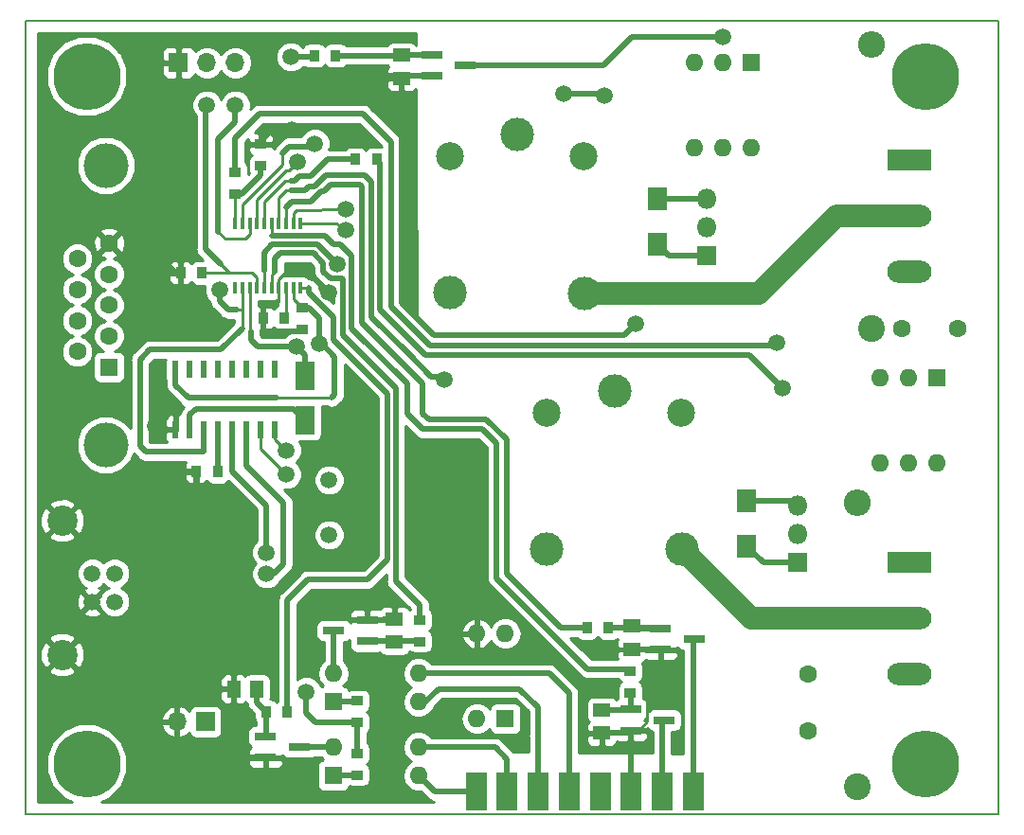
<source format=gbr>
G04 #@! TF.GenerationSoftware,KiCad,Pcbnew,6.0.0-rc1-unknown*
G04 #@! TF.CreationDate,2019-01-01T14:04:30+03:00
G04 #@! TF.ProjectId,socket,736f636b-6574-42e6-9b69-6361645f7063,rev?*
G04 #@! TF.SameCoordinates,Original*
G04 #@! TF.FileFunction,Copper,L1,Top*
G04 #@! TF.FilePolarity,Positive*
%FSLAX46Y46*%
G04 Gerber Fmt 4.6, Leading zero omitted, Abs format (unit mm)*
G04 Created by KiCad (PCBNEW 6.0.0-rc1-unknown) date Вт 01 янв 2019 14:04:30*
%MOMM*%
%LPD*%
G04 APERTURE LIST*
%ADD10C,0.150000*%
%ADD11R,0.845000X1.000000*%
%ADD12R,1.000000X0.845000*%
%ADD13R,1.800000X1.800000*%
%ADD14O,1.800000X1.800000*%
%ADD15C,1.520000*%
%ADD16C,2.700000*%
%ADD17R,1.700000X1.700000*%
%ADD18O,1.700000X1.700000*%
%ADD19R,1.846667X3.480000*%
%ADD20R,3.960000X1.980000*%
%ADD21O,3.960000X1.980000*%
%ADD22C,2.500000*%
%ADD23C,3.000000*%
%ADD24R,1.900000X0.800000*%
%ADD25R,0.600000X1.500000*%
%ADD26R,0.400000X1.000000*%
%ADD27R,1.600000X1.600000*%
%ADD28O,1.600000X1.600000*%
%ADD29C,1.500000*%
%ADD30C,1.600000*%
%ADD31C,4.000000*%
%ADD32C,6.000000*%
%ADD33R,1.500000X1.145000*%
%ADD34R,1.145000X1.500000*%
%ADD35R,1.800000X2.500000*%
%ADD36C,2.400000*%
%ADD37O,2.400000X2.400000*%
%ADD38R,1.700000X2.000000*%
%ADD39C,0.500000*%
%ADD40C,0.250000*%
%ADD41C,2.000000*%
G04 APERTURE END LIST*
D10*
X125500000Y-93000000D02*
X38500000Y-93000000D01*
X38500000Y-22000000D02*
X125500000Y-22000000D01*
X125500000Y-22000000D02*
X125500000Y-93000000D01*
X38500000Y-22000000D02*
X38500000Y-93000000D01*
D11*
X53774500Y-62357000D03*
X55699500Y-62357000D03*
X54302500Y-44577000D03*
X52377500Y-44577000D03*
X61668500Y-48641000D03*
X59743500Y-48641000D03*
D12*
X63246000Y-49603500D03*
X63246000Y-47678500D03*
D13*
X99441000Y-43053000D03*
D14*
X99441000Y-40513000D03*
X99441000Y-37973000D03*
D13*
X107500000Y-70500000D03*
D14*
X107500000Y-67960000D03*
X107500000Y-65420000D03*
D15*
X46500000Y-71460000D03*
X46500000Y-74000000D03*
X44500000Y-74000000D03*
X44500000Y-71460000D03*
D16*
X41800000Y-66730000D03*
X41800000Y-78730000D03*
D17*
X54610000Y-84709000D03*
D18*
X52070000Y-84709000D03*
D17*
X52197000Y-25781000D03*
D18*
X54737000Y-25781000D03*
X57277000Y-25781000D03*
D19*
X78805000Y-91000000D03*
X81575000Y-91000000D03*
X84345000Y-91000000D03*
X87115000Y-91000000D03*
X89885000Y-91000000D03*
X92655000Y-91000000D03*
X95425000Y-91000000D03*
X98195000Y-91000000D03*
D20*
X117500000Y-34500000D03*
D21*
X117500000Y-39500000D03*
X117500000Y-44500000D03*
D20*
X117500000Y-70500000D03*
D21*
X117500000Y-75500000D03*
X117500000Y-80500000D03*
D22*
X76425000Y-34145000D03*
D23*
X76425000Y-46345000D03*
X88475000Y-46395000D03*
D22*
X88425000Y-34145000D03*
D23*
X82475000Y-32195000D03*
D22*
X85136000Y-57068000D03*
D23*
X85136000Y-69268000D03*
X97186000Y-69318000D03*
D22*
X97136000Y-57068000D03*
D23*
X91186000Y-55118000D03*
D24*
X69064000Y-77531000D03*
X69064000Y-75631000D03*
X66064000Y-76581000D03*
X59968000Y-86045000D03*
X59968000Y-87945000D03*
X62968000Y-86995000D03*
X95274000Y-76393000D03*
X95274000Y-78293000D03*
X98274000Y-77343000D03*
X92607000Y-83632000D03*
X92607000Y-85532000D03*
X95607000Y-84582000D03*
D11*
X59997500Y-83820000D03*
X61922500Y-83820000D03*
D12*
X73787000Y-77543500D03*
X73787000Y-75618500D03*
X57277000Y-35613500D03*
X57277000Y-37538500D03*
X68199000Y-82857500D03*
X68199000Y-84782500D03*
X68199000Y-89481500D03*
X68199000Y-87556500D03*
D11*
X90624500Y-76327000D03*
X88699500Y-76327000D03*
D12*
X92583000Y-82115500D03*
X92583000Y-80190500D03*
D25*
X51943000Y-58580000D03*
X53213000Y-58580000D03*
X54483000Y-58580000D03*
X55753000Y-58580000D03*
X57023000Y-58580000D03*
X58293000Y-58580000D03*
X59563000Y-58580000D03*
X60833000Y-58580000D03*
X60833000Y-53180000D03*
X59563000Y-53180000D03*
X58293000Y-53180000D03*
X57023000Y-53180000D03*
X55753000Y-53180000D03*
X54483000Y-53180000D03*
X53213000Y-53180000D03*
X51943000Y-53180000D03*
D26*
X57273000Y-45953000D03*
X57923000Y-45953000D03*
X58573000Y-45953000D03*
X59223000Y-45953000D03*
X59873000Y-45953000D03*
X60523000Y-45953000D03*
X61173000Y-45953000D03*
X61823000Y-45953000D03*
X62473000Y-45953000D03*
X63123000Y-45953000D03*
X63123000Y-40153000D03*
X62473000Y-40153000D03*
X61823000Y-40153000D03*
X61173000Y-40153000D03*
X60523000Y-40153000D03*
X59873000Y-40153000D03*
X59223000Y-40153000D03*
X58573000Y-40153000D03*
X57923000Y-40153000D03*
X57273000Y-40153000D03*
D27*
X81407000Y-84455000D03*
D28*
X78867000Y-76835000D03*
X78867000Y-84455000D03*
X81407000Y-76835000D03*
D27*
X66040000Y-82931000D03*
D28*
X73660000Y-80391000D03*
X66040000Y-80391000D03*
X73660000Y-82931000D03*
D27*
X66040000Y-89535000D03*
D28*
X73660000Y-86995000D03*
X66040000Y-86995000D03*
X73660000Y-89535000D03*
D27*
X103378000Y-25781000D03*
D28*
X98298000Y-33401000D03*
X100838000Y-25781000D03*
X100838000Y-33401000D03*
X98298000Y-25781000D03*
X103378000Y-33401000D03*
D27*
X120000000Y-54000000D03*
D28*
X114920000Y-61620000D03*
X117460000Y-54000000D03*
X117460000Y-61620000D03*
X114920000Y-54000000D03*
X120000000Y-61620000D03*
D29*
X65659000Y-63119000D03*
X65659000Y-67999000D03*
D27*
X46000000Y-53000000D03*
D30*
X46000000Y-50230000D03*
X46000000Y-47460000D03*
X46000000Y-44690000D03*
X46000000Y-41920000D03*
X43160000Y-51615000D03*
X43160000Y-48845000D03*
X43160000Y-46075000D03*
X43160000Y-43305000D03*
D31*
X45700000Y-34960000D03*
X45700000Y-59960000D03*
D12*
X59563000Y-34998500D03*
X59563000Y-33073500D03*
D32*
X44000000Y-27000000D03*
X44000000Y-88500000D03*
X119000000Y-88500000D03*
X119000000Y-27000000D03*
D24*
X74827000Y-25085000D03*
X74827000Y-26985000D03*
X77827000Y-26035000D03*
D33*
X71501000Y-77623500D03*
X71501000Y-75538500D03*
D34*
X57123500Y-81788000D03*
X59208500Y-81788000D03*
D33*
X92710000Y-76173500D03*
X92710000Y-78258500D03*
X90043000Y-83666500D03*
X90043000Y-85751500D03*
D11*
X66240500Y-25146000D03*
X64315500Y-25146000D03*
D33*
X72136000Y-27204500D03*
X72136000Y-25119500D03*
D11*
X69923500Y-34417000D03*
X67998500Y-34417000D03*
D35*
X63500000Y-57753000D03*
X63500000Y-53753000D03*
D30*
X108500000Y-80500000D03*
X108500000Y-85500000D03*
X121856500Y-49530000D03*
X116856500Y-49530000D03*
D36*
X114109500Y-49530000D03*
D37*
X114109500Y-24130000D03*
D36*
X112903000Y-90551000D03*
D37*
X112903000Y-65151000D03*
D38*
X95000000Y-42000000D03*
X95000000Y-38000000D03*
X103000000Y-69000000D03*
X103000000Y-65000000D03*
D29*
X62357000Y-31750000D03*
X62357000Y-28829000D03*
X65659000Y-46355000D03*
X93091000Y-49149000D03*
X68580000Y-73660000D03*
X57150000Y-88011000D03*
X50165000Y-58293000D03*
X61849000Y-62611000D03*
X61849000Y-60452000D03*
X54737000Y-29591000D03*
X86614000Y-28575000D03*
X90297000Y-28702000D03*
X63627000Y-82042000D03*
X64770000Y-50927000D03*
X60071000Y-71501000D03*
X60071000Y-69596000D03*
X57277000Y-29591000D03*
X105664000Y-50800000D03*
X67183000Y-40767000D03*
X62230000Y-25273000D03*
X64389000Y-33020000D03*
X62865000Y-34671000D03*
X75946000Y-54102000D03*
X62738000Y-51181000D03*
X55880000Y-46101000D03*
X67183000Y-38862000D03*
X66421000Y-43815000D03*
X100838000Y-23495000D03*
X106172000Y-54864000D03*
D39*
X59563000Y-33073500D02*
X59563000Y-32766000D01*
X59563000Y-32766000D02*
X60579000Y-31750000D01*
X60579000Y-31750000D02*
X62357000Y-31750000D01*
X62357000Y-28829000D02*
X60579000Y-27051000D01*
X60579000Y-27051000D02*
X60579000Y-26924000D01*
X90297000Y-50165000D02*
X92075000Y-50165000D01*
X92075000Y-50165000D02*
X93091000Y-49149000D01*
X59743500Y-49847500D02*
X63002000Y-49847500D01*
X63002000Y-49847500D02*
X63246000Y-49603500D01*
X72136000Y-47117000D02*
X72136000Y-47244000D01*
X72136000Y-47244000D02*
X75057000Y-50165000D01*
D40*
X61173000Y-45126000D02*
X61849000Y-44450000D01*
X61849000Y-44450000D02*
X62230000Y-44450000D01*
D39*
X63754000Y-44450000D02*
X62230000Y-44450000D01*
X65659000Y-46355000D02*
X63754000Y-44450000D01*
D40*
X61173000Y-45953000D02*
X61173000Y-45126000D01*
D39*
X90043000Y-85751500D02*
X92387500Y-85751500D01*
X92387500Y-85751500D02*
X92607000Y-85532000D01*
X90297000Y-50165000D02*
X75057000Y-50165000D01*
X74827000Y-26985000D02*
X72355500Y-26985000D01*
X72355500Y-26985000D02*
X72136000Y-27204500D01*
X92710000Y-78258500D02*
X95239500Y-78258500D01*
X95239500Y-78258500D02*
X95274000Y-78293000D01*
X69064000Y-75631000D02*
X71408500Y-75631000D01*
X71408500Y-75631000D02*
X71501000Y-75538500D01*
X71755000Y-26924000D02*
X63119000Y-26924000D01*
X72136000Y-27305000D02*
X71755000Y-26924000D01*
X72136000Y-47117000D02*
X72136000Y-27305000D01*
X50863500Y-43497500D02*
X50863500Y-29781500D01*
X50863500Y-29781500D02*
X52578000Y-28067000D01*
X52578000Y-28067000D02*
X58928000Y-28067000D01*
X58928000Y-28067000D02*
X60071000Y-26924000D01*
X60071000Y-26924000D02*
X60579000Y-26924000D01*
X60579000Y-26924000D02*
X63119000Y-26924000D01*
X52377500Y-44577000D02*
X51943000Y-44577000D01*
X43561000Y-40005000D02*
X41402000Y-42164000D01*
X47371000Y-40005000D02*
X43561000Y-40005000D01*
X51943000Y-44577000D02*
X50863500Y-43497500D01*
X50863500Y-43497500D02*
X47371000Y-40005000D01*
X53774500Y-62357000D02*
X48768000Y-62357000D01*
X41402000Y-60198000D02*
X41402000Y-42164000D01*
X44450000Y-63246000D02*
X41402000Y-60198000D01*
X47879000Y-63246000D02*
X44450000Y-63246000D01*
X48768000Y-62357000D02*
X47879000Y-63246000D01*
X53774500Y-62357000D02*
X53774500Y-67744500D01*
X57150000Y-71120000D02*
X57150000Y-88011000D01*
X53774500Y-67744500D02*
X57150000Y-71120000D01*
X69064000Y-74144000D02*
X69064000Y-75631000D01*
X68580000Y-73660000D02*
X69064000Y-74144000D01*
X57216000Y-87945000D02*
X59968000Y-87945000D01*
X57150000Y-88011000D02*
X57216000Y-87945000D01*
X50452000Y-58580000D02*
X51943000Y-58580000D01*
X50165000Y-58293000D02*
X50452000Y-58580000D01*
X59743500Y-48641000D02*
X59743500Y-49847500D01*
D40*
X61173000Y-45953000D02*
X61173000Y-47158000D01*
X59743500Y-47825500D02*
X59743500Y-48641000D01*
X59944000Y-47625000D02*
X59743500Y-47825500D01*
X60706000Y-47625000D02*
X59944000Y-47625000D01*
X61173000Y-47158000D02*
X60706000Y-47625000D01*
X92607000Y-85532000D02*
X93284000Y-85532000D01*
X93284000Y-85532000D02*
X94107000Y-84709000D01*
X95274000Y-79351000D02*
X95274000Y-78293000D01*
X94107000Y-80518000D02*
X95274000Y-79351000D01*
X94107000Y-84709000D02*
X94107000Y-80518000D01*
D39*
X92607000Y-85532000D02*
X92607000Y-90952000D01*
X92607000Y-90952000D02*
X92655000Y-91000000D01*
D40*
X59563000Y-58580000D02*
X59563000Y-60325000D01*
X59563000Y-60325000D02*
X61849000Y-62611000D01*
X60833000Y-58580000D02*
X60833000Y-59436000D01*
X60833000Y-59436000D02*
X61849000Y-60452000D01*
D39*
X55753000Y-58580000D02*
X55753000Y-62303500D01*
X55753000Y-62303500D02*
X55699500Y-62357000D01*
D40*
X54302500Y-44577000D02*
X56769000Y-44577000D01*
D39*
X56007000Y-43815000D02*
X54610000Y-42418000D01*
D40*
X59223000Y-44999000D02*
X58801000Y-44577000D01*
X58801000Y-44577000D02*
X56769000Y-44577000D01*
X56769000Y-44577000D02*
X56007000Y-43815000D01*
X59223000Y-45953000D02*
X59223000Y-44999000D01*
D39*
X54610000Y-29718000D02*
X54737000Y-29591000D01*
X54610000Y-42418000D02*
X54610000Y-29718000D01*
D40*
X61823000Y-45953000D02*
X61823000Y-48486500D01*
X61823000Y-48486500D02*
X61668500Y-48641000D01*
D39*
X90170000Y-28575000D02*
X86614000Y-28575000D01*
X90297000Y-28702000D02*
X90170000Y-28575000D01*
X64770000Y-50927000D02*
X65024000Y-50927000D01*
D40*
X65913000Y-55753000D02*
X62865000Y-55753000D01*
D39*
X66167000Y-55499000D02*
X65913000Y-55753000D01*
X66167000Y-52070000D02*
X66167000Y-55499000D01*
X65024000Y-50927000D02*
X66167000Y-52070000D01*
X63246000Y-47678500D02*
X63807500Y-47678500D01*
X63807500Y-47678500D02*
X64770000Y-48641000D01*
X51943000Y-53180000D02*
X51943000Y-54610000D01*
X53086000Y-55753000D02*
X60960000Y-55753000D01*
X51943000Y-54610000D02*
X53086000Y-55753000D01*
D40*
X62865000Y-55753000D02*
X60960000Y-55753000D01*
D39*
X64770000Y-50927000D02*
X64770000Y-48641000D01*
X68199000Y-84782500D02*
X64462500Y-84782500D01*
X63627000Y-83947000D02*
X63627000Y-82042000D01*
X64462500Y-84782500D02*
X63627000Y-83947000D01*
X68199000Y-87556500D02*
X68199000Y-84782500D01*
D40*
X62473000Y-45953000D02*
X62473000Y-46905500D01*
X62473000Y-46905500D02*
X63246000Y-47678500D01*
D39*
X60071000Y-71501000D02*
X60706000Y-71501000D01*
X58293000Y-61849000D02*
X58293000Y-58580000D01*
X61595000Y-65151000D02*
X58293000Y-61849000D01*
X61595000Y-70612000D02*
X61595000Y-65151000D01*
X60706000Y-71501000D02*
X61595000Y-70612000D01*
X60071000Y-69596000D02*
X60071000Y-65405000D01*
X60071000Y-65405000D02*
X57023000Y-62357000D01*
X57023000Y-62357000D02*
X57023000Y-58580000D01*
X99441000Y-43053000D02*
X96053000Y-43053000D01*
X96053000Y-43053000D02*
X95000000Y-42000000D01*
X95000000Y-38000000D02*
X99414000Y-38000000D01*
X99414000Y-38000000D02*
X99441000Y-37973000D01*
X103000000Y-65000000D02*
X107080000Y-65000000D01*
X107080000Y-65000000D02*
X107500000Y-65420000D01*
X55753000Y-40894000D02*
X55753000Y-32639000D01*
D40*
X58573000Y-41122000D02*
X58166000Y-41529000D01*
X58166000Y-41529000D02*
X56388000Y-41529000D01*
X56388000Y-41529000D02*
X55753000Y-40894000D01*
X58573000Y-40153000D02*
X58573000Y-41122000D01*
D39*
X57277000Y-31115000D02*
X57277000Y-29591000D01*
X55753000Y-32639000D02*
X57277000Y-31115000D01*
X78805000Y-91000000D02*
X75125000Y-91000000D01*
X75125000Y-91000000D02*
X73660000Y-89535000D01*
X73660000Y-86995000D02*
X80518000Y-86995000D01*
X81575000Y-88052000D02*
X81575000Y-91000000D01*
X80518000Y-86995000D02*
X81575000Y-88052000D01*
X73660000Y-82931000D02*
X74295000Y-82931000D01*
X74295000Y-82931000D02*
X75438000Y-81788000D01*
X84328000Y-85979000D02*
X84345000Y-85979000D01*
X84328000Y-83439000D02*
X84328000Y-85979000D01*
X82677000Y-81788000D02*
X84328000Y-83439000D01*
X75438000Y-81788000D02*
X82677000Y-81788000D01*
X84345000Y-85979000D02*
X84345000Y-91000000D01*
X73660000Y-80391000D02*
X85344000Y-80391000D01*
X87115000Y-82162000D02*
X87115000Y-91000000D01*
X85344000Y-80391000D02*
X87115000Y-82162000D01*
X95425000Y-91000000D02*
X95425000Y-84764000D01*
X95425000Y-84764000D02*
X95607000Y-84582000D01*
X98195000Y-91000000D02*
X98195000Y-77422000D01*
X98195000Y-77422000D02*
X98274000Y-77343000D01*
X69064000Y-77531000D02*
X71408500Y-77531000D01*
X71408500Y-77531000D02*
X71501000Y-77623500D01*
X69064000Y-77531000D02*
X73774500Y-77531000D01*
X73774500Y-77531000D02*
X73787000Y-77543500D01*
X66064000Y-76581000D02*
X66064000Y-80367000D01*
X66064000Y-80367000D02*
X66040000Y-80391000D01*
X59208500Y-81788000D02*
X59208500Y-83031000D01*
X59208500Y-83031000D02*
X59997500Y-83820000D01*
X59997500Y-83820000D02*
X59997500Y-86015500D01*
X59997500Y-86015500D02*
X59968000Y-86045000D01*
X62968000Y-86995000D02*
X66040000Y-86995000D01*
X95274000Y-76393000D02*
X92929500Y-76393000D01*
X92929500Y-76393000D02*
X92710000Y-76173500D01*
X90624500Y-76327000D02*
X95208000Y-76327000D01*
X95208000Y-76327000D02*
X95274000Y-76393000D01*
X90043000Y-83666500D02*
X92572500Y-83666500D01*
X92572500Y-83666500D02*
X92607000Y-83632000D01*
X92607000Y-83632000D02*
X92607000Y-82139500D01*
X92607000Y-82139500D02*
X92583000Y-82115500D01*
X70866000Y-61976000D02*
X70866000Y-55372000D01*
X70866000Y-55372000D02*
X66040000Y-50546000D01*
X70866000Y-61976000D02*
X70866000Y-70231000D01*
X63754000Y-72009000D02*
X69088000Y-72009000D01*
X69088000Y-72009000D02*
X70866000Y-70231000D01*
X66040000Y-50546000D02*
X66040000Y-48514000D01*
X63881000Y-46355000D02*
X63881000Y-45953000D01*
X66040000Y-48514000D02*
X63881000Y-46355000D01*
X61922500Y-83820000D02*
X61922500Y-73840500D01*
X61922500Y-73840500D02*
X63754000Y-72009000D01*
X61922500Y-83820000D02*
X61976000Y-83820000D01*
D40*
X63123000Y-45953000D02*
X63881000Y-45953000D01*
D39*
X66929000Y-50165000D02*
X71628000Y-54864000D01*
X71628000Y-54864000D02*
X71628000Y-60960000D01*
X73787000Y-75618500D02*
X73787000Y-74295000D01*
X73787000Y-74295000D02*
X71628000Y-72136000D01*
X71628000Y-72136000D02*
X71628000Y-60960000D01*
X66929000Y-50165000D02*
X66929000Y-45212000D01*
D40*
X60523000Y-44760000D02*
X60833000Y-44450000D01*
X60523000Y-45953000D02*
X60523000Y-44760000D01*
D39*
X65786000Y-45085000D02*
X65151000Y-44450000D01*
X60833000Y-43307000D02*
X61341000Y-42799000D01*
X61341000Y-42799000D02*
X64262000Y-42799000D01*
X64262000Y-42799000D02*
X65151000Y-43688000D01*
X65151000Y-43688000D02*
X65151000Y-44450000D01*
X60833000Y-44450000D02*
X60833000Y-43307000D01*
X66929000Y-45212000D02*
X66802000Y-45085000D01*
X66802000Y-45085000D02*
X65786000Y-45085000D01*
X57277000Y-35613500D02*
X57277000Y-32512000D01*
X59436000Y-30353000D02*
X68686000Y-30353000D01*
X57277000Y-32512000D02*
X59436000Y-30353000D01*
X71247000Y-47625000D02*
X74676000Y-51054000D01*
X98298000Y-51054000D02*
X105410000Y-51054000D01*
X98298000Y-51054000D02*
X74676000Y-51054000D01*
X105410000Y-51054000D02*
X105664000Y-50800000D01*
X71247000Y-32914000D02*
X68686000Y-30353000D01*
X71247000Y-47625000D02*
X71247000Y-32914000D01*
X66040000Y-82931000D02*
X68125500Y-82931000D01*
X68125500Y-82931000D02*
X68199000Y-82857500D01*
X66040000Y-89535000D02*
X68145500Y-89535000D01*
X68145500Y-89535000D02*
X68199000Y-89481500D01*
X62357000Y-38227000D02*
X64008000Y-38227000D01*
D40*
X61823000Y-40153000D02*
X61823000Y-38735000D01*
D39*
X61849000Y-38735000D02*
X62357000Y-38227000D01*
X61823000Y-38735000D02*
X61849000Y-38735000D01*
X68580000Y-49022000D02*
X74041000Y-54483000D01*
X74041000Y-57150000D02*
X74600500Y-57709500D01*
X74041000Y-54483000D02*
X74041000Y-57150000D01*
X65214500Y-37274500D02*
X64960500Y-37274500D01*
X64960500Y-37274500D02*
X64262000Y-37973000D01*
X68580000Y-36830000D02*
X68580000Y-38481000D01*
X68453000Y-36703000D02*
X68580000Y-36830000D01*
X65786000Y-36703000D02*
X68453000Y-36703000D01*
X65214500Y-37274500D02*
X65786000Y-36703000D01*
X68580000Y-40894000D02*
X68580000Y-38481000D01*
X86327000Y-76327000D02*
X88699500Y-76327000D01*
X68580000Y-49022000D02*
X68580000Y-40894000D01*
X79709500Y-57709500D02*
X81500000Y-59500000D01*
X81500000Y-59500000D02*
X81500000Y-71500000D01*
X81500000Y-71500000D02*
X86327000Y-76327000D01*
X74600500Y-57709500D02*
X79709500Y-57709500D01*
X64008000Y-38227000D02*
X64262000Y-37973000D01*
X64262000Y-37973000D02*
X64452500Y-37782500D01*
X64008000Y-38227000D02*
X64452500Y-37782500D01*
X67691000Y-49530000D02*
X72644000Y-54483000D01*
X72644000Y-57150000D02*
X74041000Y-58547000D01*
X72644000Y-54483000D02*
X72644000Y-57150000D01*
X87503000Y-78740000D02*
X88773000Y-80010000D01*
X87503000Y-78740000D02*
X80645000Y-71882000D01*
X80645000Y-71882000D02*
X80645000Y-59817000D01*
X80645000Y-59817000D02*
X79375000Y-58547000D01*
X79375000Y-58547000D02*
X74041000Y-58547000D01*
X88773000Y-80010000D02*
X92402500Y-80010000D01*
X92402500Y-80010000D02*
X92583000Y-80190500D01*
X67691000Y-49530000D02*
X67691000Y-43053000D01*
D40*
X60523000Y-40153000D02*
X60523000Y-41275000D01*
D39*
X67691000Y-43053000D02*
X66675000Y-42037000D01*
X66675000Y-42037000D02*
X66040000Y-42037000D01*
X66040000Y-42037000D02*
X65278000Y-41275000D01*
X65278000Y-41275000D02*
X60523000Y-41275000D01*
D40*
X66315000Y-40153000D02*
X67183000Y-40767000D01*
X63123000Y-40153000D02*
X66315000Y-40153000D01*
D39*
X62230000Y-25273000D02*
X64188500Y-25273000D01*
X64188500Y-25273000D02*
X64315500Y-25146000D01*
X64135000Y-33274000D02*
X64389000Y-33020000D01*
X62103000Y-33274000D02*
X64135000Y-33274000D01*
X61468000Y-33909000D02*
X62103000Y-33274000D01*
D40*
X61468000Y-34925000D02*
X61468000Y-33909000D01*
X57923000Y-38470000D02*
X61468000Y-34925000D01*
X57923000Y-40153000D02*
X57923000Y-38470000D01*
X59223000Y-38059000D02*
X61849000Y-35433000D01*
X59223000Y-40153000D02*
X59223000Y-38059000D01*
X62103000Y-35433000D02*
X62865000Y-34671000D01*
X61849000Y-35433000D02*
X62103000Y-35433000D01*
D39*
X63627000Y-35941000D02*
X64008000Y-35941000D01*
X65532000Y-34417000D02*
X67998500Y-34417000D01*
X64008000Y-35941000D02*
X65532000Y-34417000D01*
X62611000Y-36322000D02*
X62992000Y-35941000D01*
X62230000Y-36322000D02*
X62611000Y-36322000D01*
X62992000Y-35941000D02*
X63627000Y-35941000D01*
D40*
X61722000Y-36322000D02*
X62230000Y-36322000D01*
X59873000Y-38171000D02*
X59873000Y-40153000D01*
X59873000Y-38171000D02*
X61722000Y-36322000D01*
D39*
X72834500Y-51879500D02*
X74803000Y-53848000D01*
X75692000Y-53848000D02*
X75946000Y-54102000D01*
X74803000Y-53848000D02*
X75692000Y-53848000D01*
X69469000Y-48514000D02*
X72834500Y-51879500D01*
X64262000Y-36830000D02*
X64389000Y-36830000D01*
X69469000Y-36449000D02*
X69469000Y-38100000D01*
X68834000Y-35814000D02*
X69469000Y-36449000D01*
X65405000Y-35814000D02*
X68834000Y-35814000D01*
X64389000Y-36830000D02*
X65405000Y-35814000D01*
X69469000Y-38100000D02*
X69469000Y-40894000D01*
X63881000Y-36830000D02*
X64262000Y-36830000D01*
X69469000Y-40894000D02*
X69469000Y-48514000D01*
X63500000Y-37211000D02*
X63881000Y-36830000D01*
D40*
X61173000Y-37887000D02*
X61849000Y-37211000D01*
X61173000Y-40153000D02*
X61173000Y-37887000D01*
X61849000Y-37211000D02*
X62230000Y-37211000D01*
D39*
X62230000Y-37211000D02*
X63500000Y-37211000D01*
X58674000Y-50419000D02*
X58674000Y-50546000D01*
X58674000Y-50419000D02*
X58674000Y-49784000D01*
D40*
X58573000Y-49683000D02*
X58674000Y-49784000D01*
X58573000Y-45953000D02*
X58573000Y-49683000D01*
D39*
X59309000Y-51181000D02*
X62738000Y-51181000D01*
X58674000Y-50546000D02*
X59309000Y-51181000D01*
X63500000Y-53753000D02*
X63500000Y-51943000D01*
X63500000Y-51943000D02*
X62738000Y-51181000D01*
X63246000Y-53499000D02*
X63500000Y-53753000D01*
X49276000Y-60579000D02*
X54483000Y-60579000D01*
X48768000Y-60071000D02*
X49276000Y-60579000D01*
X48768000Y-52324000D02*
X48768000Y-60071000D01*
X49657000Y-51435000D02*
X48768000Y-52324000D01*
D40*
X57923000Y-47879000D02*
X57404000Y-47879000D01*
D39*
X55880000Y-47117000D02*
X56642000Y-47879000D01*
X56642000Y-47879000D02*
X57404000Y-47879000D01*
X55880000Y-46101000D02*
X55880000Y-47117000D01*
X49657000Y-51435000D02*
X56007000Y-51435000D01*
X56007000Y-51435000D02*
X57923000Y-49519000D01*
D40*
X57923000Y-45953000D02*
X57923000Y-47879000D01*
X57923000Y-47879000D02*
X57923000Y-49519000D01*
D39*
X54483000Y-60579000D02*
X54483000Y-58580000D01*
D40*
X62738000Y-38989000D02*
X67183000Y-38862000D01*
X62473000Y-39254000D02*
X62738000Y-38989000D01*
X62473000Y-40153000D02*
X62473000Y-39254000D01*
X62484000Y-40142000D02*
X62473000Y-40153000D01*
D39*
X59873000Y-44394000D02*
X59873000Y-42743000D01*
X64643000Y-42037000D02*
X66421000Y-43815000D01*
X60579000Y-42037000D02*
X64643000Y-42037000D01*
X59873000Y-42743000D02*
X60579000Y-42037000D01*
D40*
X59873000Y-44394000D02*
X59873000Y-45953000D01*
D39*
X57277000Y-37538500D02*
X57838500Y-37538500D01*
X59563000Y-35814000D02*
X59563000Y-34998500D01*
X57838500Y-37538500D02*
X59563000Y-35814000D01*
D40*
X57277000Y-37538500D02*
X57277000Y-40149000D01*
X57277000Y-40149000D02*
X57273000Y-40153000D01*
D39*
X72136000Y-25119500D02*
X74792500Y-25119500D01*
X74792500Y-25119500D02*
X74827000Y-25085000D01*
X66240500Y-25146000D02*
X72109500Y-25146000D01*
X72109500Y-25146000D02*
X72136000Y-25119500D01*
X77827000Y-26035000D02*
X90170000Y-26035000D01*
X92710000Y-23495000D02*
X100838000Y-23495000D01*
X90170000Y-26035000D02*
X92710000Y-23495000D01*
X70231000Y-47625000D02*
X70231000Y-47879000D01*
X70231000Y-47879000D02*
X74295000Y-51943000D01*
X70231000Y-36449000D02*
X70231000Y-34724500D01*
X70231000Y-34724500D02*
X69923500Y-34417000D01*
X70231000Y-36449000D02*
X70231000Y-39624000D01*
X105410000Y-54102000D02*
X106172000Y-54864000D01*
X70231000Y-39624000D02*
X70231000Y-47625000D01*
X74295000Y-51943000D02*
X103251000Y-51943000D01*
X103251000Y-51943000D02*
X105410000Y-54102000D01*
X59055000Y-56715500D02*
X62462500Y-56715500D01*
X62462500Y-56715500D02*
X63500000Y-57753000D01*
X59055000Y-56715500D02*
X53774500Y-56715500D01*
X53774500Y-56715500D02*
X53213000Y-57277000D01*
X53213000Y-57277000D02*
X53213000Y-58580000D01*
X107500000Y-70500000D02*
X104500000Y-70500000D01*
X104500000Y-70500000D02*
X103000000Y-69000000D01*
D41*
X88475000Y-46395000D02*
X104105000Y-46395000D01*
X111000000Y-39500000D02*
X117500000Y-39500000D01*
X104105000Y-46395000D02*
X111000000Y-39500000D01*
X117500000Y-75500000D02*
X103368000Y-75500000D01*
X103368000Y-75500000D02*
X97186000Y-69318000D01*
D40*
G36*
X73408000Y-24203258D02*
G01*
X73336600Y-24096400D01*
X73129863Y-23958263D01*
X72886000Y-23909756D01*
X71386000Y-23909756D01*
X71142137Y-23958263D01*
X70935400Y-24096400D01*
X70818736Y-24271000D01*
X67164114Y-24271000D01*
X67113600Y-24195400D01*
X66906863Y-24057263D01*
X66663000Y-24008756D01*
X65818000Y-24008756D01*
X65574137Y-24057263D01*
X65367400Y-24195400D01*
X65278000Y-24329197D01*
X65188600Y-24195400D01*
X64981863Y-24057263D01*
X64738000Y-24008756D01*
X63893000Y-24008756D01*
X63649137Y-24057263D01*
X63442400Y-24195400D01*
X63307027Y-24398000D01*
X63299544Y-24398000D01*
X63008875Y-24107331D01*
X62503505Y-23898000D01*
X61956495Y-23898000D01*
X61451125Y-24107331D01*
X61064331Y-24494125D01*
X60855000Y-24999495D01*
X60855000Y-25546505D01*
X61064331Y-26051875D01*
X61451125Y-26438669D01*
X61956495Y-26648000D01*
X62503505Y-26648000D01*
X63008875Y-26438669D01*
X63299544Y-26148000D01*
X63519326Y-26148000D01*
X63649137Y-26234737D01*
X63893000Y-26283244D01*
X64738000Y-26283244D01*
X64981863Y-26234737D01*
X65188600Y-26096600D01*
X65278000Y-25962803D01*
X65367400Y-26096600D01*
X65574137Y-26234737D01*
X65818000Y-26283244D01*
X66663000Y-26283244D01*
X66906863Y-26234737D01*
X67113600Y-26096600D01*
X67164114Y-26021000D01*
X70854150Y-26021000D01*
X70935400Y-26142600D01*
X70969039Y-26165077D01*
X70856150Y-26277966D01*
X70761000Y-26507680D01*
X70761000Y-26923250D01*
X70917250Y-27079500D01*
X72011000Y-27079500D01*
X72011000Y-27059500D01*
X72261000Y-27059500D01*
X72261000Y-27079500D01*
X72281000Y-27079500D01*
X72281000Y-27329500D01*
X72261000Y-27329500D01*
X72261000Y-28245750D01*
X72417250Y-28402000D01*
X73010320Y-28402000D01*
X73240034Y-28306849D01*
X73408000Y-28138884D01*
X73408000Y-36131500D01*
X73408003Y-36132362D01*
X73471500Y-45339427D01*
X73471500Y-48612064D01*
X72122000Y-47262564D01*
X72122000Y-33000178D01*
X72139142Y-32914000D01*
X72122000Y-32827821D01*
X72071232Y-32572592D01*
X71877840Y-32283160D01*
X71804780Y-32234343D01*
X69365659Y-29795223D01*
X69316840Y-29722160D01*
X69027408Y-29528768D01*
X68772179Y-29478000D01*
X68772178Y-29478000D01*
X68686000Y-29460858D01*
X68599822Y-29478000D01*
X59522177Y-29478000D01*
X59435999Y-29460858D01*
X59349821Y-29478000D01*
X59094592Y-29528768D01*
X58805160Y-29722160D01*
X58756343Y-29795220D01*
X58627210Y-29924353D01*
X58652000Y-29864505D01*
X58652000Y-29317495D01*
X58442669Y-28812125D01*
X58055875Y-28425331D01*
X57550505Y-28216000D01*
X57003495Y-28216000D01*
X56498125Y-28425331D01*
X56111331Y-28812125D01*
X56007000Y-29064002D01*
X55902669Y-28812125D01*
X55515875Y-28425331D01*
X55010505Y-28216000D01*
X54463495Y-28216000D01*
X53958125Y-28425331D01*
X53571331Y-28812125D01*
X53362000Y-29317495D01*
X53362000Y-29864505D01*
X53571331Y-30369875D01*
X53735001Y-30533545D01*
X53735000Y-42331822D01*
X53717858Y-42418000D01*
X53735000Y-42504178D01*
X53785768Y-42759407D01*
X53979160Y-43048840D01*
X54052223Y-43097659D01*
X54394320Y-43439756D01*
X53880000Y-43439756D01*
X53636137Y-43488263D01*
X53429400Y-43626400D01*
X53343254Y-43755327D01*
X53329849Y-43722966D01*
X53154034Y-43547150D01*
X52924320Y-43452000D01*
X52658750Y-43452000D01*
X52502500Y-43608250D01*
X52502500Y-44452000D01*
X52522500Y-44452000D01*
X52522500Y-44702000D01*
X52502500Y-44702000D01*
X52502500Y-45545750D01*
X52658750Y-45702000D01*
X52924320Y-45702000D01*
X53154034Y-45606850D01*
X53329849Y-45431034D01*
X53343254Y-45398673D01*
X53429400Y-45527600D01*
X53636137Y-45665737D01*
X53880000Y-45714244D01*
X54551910Y-45714244D01*
X54505000Y-45827495D01*
X54505000Y-46374505D01*
X54714331Y-46879875D01*
X54996897Y-47162441D01*
X55031874Y-47338280D01*
X55055769Y-47458408D01*
X55249161Y-47747840D01*
X55322221Y-47796657D01*
X55962343Y-48436779D01*
X56011160Y-48509840D01*
X56222647Y-48651151D01*
X56300592Y-48703232D01*
X56642000Y-48771142D01*
X56728179Y-48754000D01*
X57173001Y-48754000D01*
X57173001Y-49031562D01*
X55644564Y-50560000D01*
X49743179Y-50560000D01*
X49657000Y-50542858D01*
X49315591Y-50610768D01*
X49255380Y-50651000D01*
X49026160Y-50804160D01*
X48977343Y-50877220D01*
X48210223Y-51644341D01*
X48137160Y-51693160D01*
X47943768Y-51982593D01*
X47903281Y-52186137D01*
X47875858Y-52324000D01*
X47893000Y-52410178D01*
X47893001Y-58440690D01*
X47186943Y-57734632D01*
X46222145Y-57335000D01*
X45177855Y-57335000D01*
X44213057Y-57734632D01*
X43474632Y-58473057D01*
X43075000Y-59437855D01*
X43075000Y-60482145D01*
X43474632Y-61446943D01*
X44213057Y-62185368D01*
X45177855Y-62585000D01*
X46222145Y-62585000D01*
X47186943Y-62185368D01*
X47925368Y-61446943D01*
X48212737Y-60753173D01*
X48596341Y-61136777D01*
X48645160Y-61209840D01*
X48934592Y-61403232D01*
X49189821Y-61454000D01*
X49275999Y-61471142D01*
X49362177Y-61454000D01*
X52871117Y-61454000D01*
X52822151Y-61502966D01*
X52727000Y-61732680D01*
X52727000Y-62075750D01*
X52883250Y-62232000D01*
X53649500Y-62232000D01*
X53649500Y-62212000D01*
X53899500Y-62212000D01*
X53899500Y-62232000D01*
X53919500Y-62232000D01*
X53919500Y-62482000D01*
X53899500Y-62482000D01*
X53899500Y-63325750D01*
X54055750Y-63482000D01*
X54321320Y-63482000D01*
X54551034Y-63386850D01*
X54726849Y-63211034D01*
X54740254Y-63178673D01*
X54826400Y-63307600D01*
X55033137Y-63445737D01*
X55277000Y-63494244D01*
X56122000Y-63494244D01*
X56365863Y-63445737D01*
X56572600Y-63307600D01*
X56638114Y-63209551D01*
X59196001Y-65767438D01*
X59196000Y-68526456D01*
X58905331Y-68817125D01*
X58696000Y-69322495D01*
X58696000Y-69869505D01*
X58905331Y-70374875D01*
X59078956Y-70548500D01*
X58905331Y-70722125D01*
X58696000Y-71227495D01*
X58696000Y-71774505D01*
X58905331Y-72279875D01*
X59292125Y-72666669D01*
X59797495Y-72876000D01*
X60344505Y-72876000D01*
X60849875Y-72666669D01*
X61236669Y-72279875D01*
X61283119Y-72167735D01*
X61336840Y-72131840D01*
X61385659Y-72058777D01*
X62152780Y-71291657D01*
X62225840Y-71242840D01*
X62349500Y-71057769D01*
X62419232Y-70953409D01*
X62487142Y-70612000D01*
X62470000Y-70525821D01*
X62470000Y-67725495D01*
X64284000Y-67725495D01*
X64284000Y-68272505D01*
X64493331Y-68777875D01*
X64880125Y-69164669D01*
X65385495Y-69374000D01*
X65932505Y-69374000D01*
X66437875Y-69164669D01*
X66824669Y-68777875D01*
X67034000Y-68272505D01*
X67034000Y-67725495D01*
X66824669Y-67220125D01*
X66437875Y-66833331D01*
X65932505Y-66624000D01*
X65385495Y-66624000D01*
X64880125Y-66833331D01*
X64493331Y-67220125D01*
X64284000Y-67725495D01*
X62470000Y-67725495D01*
X62470000Y-65237177D01*
X62487142Y-65150999D01*
X62470000Y-65064821D01*
X62419232Y-64809592D01*
X62225840Y-64520160D01*
X62152780Y-64471343D01*
X61667437Y-63986000D01*
X62122505Y-63986000D01*
X62627875Y-63776669D01*
X63014669Y-63389875D01*
X63224000Y-62884505D01*
X63224000Y-62845495D01*
X64284000Y-62845495D01*
X64284000Y-63392505D01*
X64493331Y-63897875D01*
X64880125Y-64284669D01*
X65385495Y-64494000D01*
X65932505Y-64494000D01*
X66437875Y-64284669D01*
X66824669Y-63897875D01*
X67034000Y-63392505D01*
X67034000Y-62845495D01*
X66824669Y-62340125D01*
X66437875Y-61953331D01*
X65932505Y-61744000D01*
X65385495Y-61744000D01*
X64880125Y-61953331D01*
X64493331Y-62340125D01*
X64284000Y-62845495D01*
X63224000Y-62845495D01*
X63224000Y-62337495D01*
X63014669Y-61832125D01*
X62714044Y-61531500D01*
X63014669Y-61230875D01*
X63224000Y-60725505D01*
X63224000Y-60178495D01*
X63014669Y-59673125D01*
X62981788Y-59640244D01*
X64400000Y-59640244D01*
X64643863Y-59591737D01*
X64850600Y-59453600D01*
X64988737Y-59246863D01*
X65037244Y-59003000D01*
X65037244Y-56503000D01*
X65460498Y-56503000D01*
X65571592Y-56577231D01*
X65913000Y-56645142D01*
X66254408Y-56577231D01*
X66470780Y-56432656D01*
X66724777Y-56178659D01*
X66797840Y-56129840D01*
X66991232Y-55840408D01*
X67042000Y-55585179D01*
X67042000Y-55585178D01*
X67059142Y-55499001D01*
X67042000Y-55412823D01*
X67042000Y-52785436D01*
X69991001Y-55734438D01*
X69991000Y-61889821D01*
X69991000Y-61889822D01*
X69991001Y-69868562D01*
X68725564Y-71134000D01*
X63840177Y-71134000D01*
X63753999Y-71116858D01*
X63667821Y-71134000D01*
X63412592Y-71184768D01*
X63123160Y-71378160D01*
X63074343Y-71451220D01*
X61364721Y-73160843D01*
X61291661Y-73209660D01*
X61242844Y-73282720D01*
X61098269Y-73499092D01*
X61030358Y-73840500D01*
X61047501Y-73926683D01*
X61047500Y-82872243D01*
X60960000Y-83003197D01*
X60870600Y-82869400D01*
X60663863Y-82731263D01*
X60420000Y-82682756D01*
X60389450Y-82682756D01*
X60418244Y-82538000D01*
X60418244Y-81038000D01*
X60369737Y-80794137D01*
X60231600Y-80587400D01*
X60024863Y-80449263D01*
X59781000Y-80400756D01*
X58636000Y-80400756D01*
X58392137Y-80449263D01*
X58185400Y-80587400D01*
X58162923Y-80621039D01*
X58050034Y-80508150D01*
X57820320Y-80413000D01*
X57404750Y-80413000D01*
X57248500Y-80569250D01*
X57248500Y-81663000D01*
X57268500Y-81663000D01*
X57268500Y-81913000D01*
X57248500Y-81913000D01*
X57248500Y-83006750D01*
X57404750Y-83163000D01*
X57820320Y-83163000D01*
X58050034Y-83067850D01*
X58162923Y-82954961D01*
X58185400Y-82988600D01*
X58326705Y-83083017D01*
X58363951Y-83270263D01*
X58384269Y-83372408D01*
X58577661Y-83661840D01*
X58650721Y-83710657D01*
X58937756Y-83997692D01*
X58937756Y-84320000D01*
X58986263Y-84563863D01*
X59122500Y-84767757D01*
X59122501Y-85007756D01*
X59018000Y-85007756D01*
X58774137Y-85056263D01*
X58567400Y-85194400D01*
X58429263Y-85401137D01*
X58380756Y-85645000D01*
X58380756Y-86445000D01*
X58429263Y-86688863D01*
X58567400Y-86895600D01*
X58714804Y-86994092D01*
X58663966Y-87015150D01*
X58488151Y-87190966D01*
X58393000Y-87420680D01*
X58393000Y-87663750D01*
X58549250Y-87820000D01*
X59843000Y-87820000D01*
X59843000Y-87800000D01*
X60093000Y-87800000D01*
X60093000Y-87820000D01*
X61386750Y-87820000D01*
X61484788Y-87721962D01*
X61567400Y-87845600D01*
X61774137Y-87983737D01*
X62018000Y-88032244D01*
X63918000Y-88032244D01*
X64161863Y-87983737D01*
X64332083Y-87870000D01*
X64910825Y-87870000D01*
X65012633Y-88022367D01*
X65151736Y-88115313D01*
X64996137Y-88146263D01*
X64789400Y-88284400D01*
X64651263Y-88491137D01*
X64602756Y-88735000D01*
X64602756Y-90335000D01*
X64651263Y-90578863D01*
X64789400Y-90785600D01*
X64996137Y-90923737D01*
X65240000Y-90972244D01*
X66840000Y-90972244D01*
X67083863Y-90923737D01*
X67290600Y-90785600D01*
X67428737Y-90578863D01*
X67446956Y-90487270D01*
X67455137Y-90492737D01*
X67699000Y-90541244D01*
X68699000Y-90541244D01*
X68942863Y-90492737D01*
X69149600Y-90354600D01*
X69287737Y-90147863D01*
X69336244Y-89904000D01*
X69336244Y-89059000D01*
X69287737Y-88815137D01*
X69149600Y-88608400D01*
X69015803Y-88519000D01*
X69149600Y-88429600D01*
X69287737Y-88222863D01*
X69336244Y-87979000D01*
X69336244Y-87134000D01*
X69287737Y-86890137D01*
X69149600Y-86683400D01*
X69074000Y-86632886D01*
X69074000Y-85706114D01*
X69149600Y-85655600D01*
X69287737Y-85448863D01*
X69336244Y-85205000D01*
X69336244Y-84455000D01*
X77414083Y-84455000D01*
X77524680Y-85011007D01*
X77839633Y-85482367D01*
X78310993Y-85797320D01*
X78726652Y-85880000D01*
X79007348Y-85880000D01*
X79423007Y-85797320D01*
X79894367Y-85482367D01*
X79987313Y-85343264D01*
X80018263Y-85498863D01*
X80156400Y-85705600D01*
X80363137Y-85843737D01*
X80607000Y-85892244D01*
X82207000Y-85892244D01*
X82450863Y-85843737D01*
X82657600Y-85705600D01*
X82795737Y-85498863D01*
X82844244Y-85255000D01*
X82844244Y-83655000D01*
X82795737Y-83411137D01*
X82657600Y-83204400D01*
X82450863Y-83066263D01*
X82207000Y-83017756D01*
X80607000Y-83017756D01*
X80363137Y-83066263D01*
X80156400Y-83204400D01*
X80018263Y-83411137D01*
X79987313Y-83566736D01*
X79894367Y-83427633D01*
X79423007Y-83112680D01*
X79007348Y-83030000D01*
X78726652Y-83030000D01*
X78310993Y-83112680D01*
X77839633Y-83427633D01*
X77524680Y-83898993D01*
X77414083Y-84455000D01*
X69336244Y-84455000D01*
X69336244Y-84360000D01*
X69287737Y-84116137D01*
X69149600Y-83909400D01*
X69015803Y-83820000D01*
X69149600Y-83730600D01*
X69287737Y-83523863D01*
X69336244Y-83280000D01*
X69336244Y-82435000D01*
X69287737Y-82191137D01*
X69149600Y-81984400D01*
X68942863Y-81846263D01*
X68699000Y-81797756D01*
X67699000Y-81797756D01*
X67455137Y-81846263D01*
X67418004Y-81871074D01*
X67290600Y-81680400D01*
X67083863Y-81542263D01*
X66928264Y-81511313D01*
X67067367Y-81418367D01*
X67382320Y-80947007D01*
X67492917Y-80391000D01*
X67382320Y-79834993D01*
X67067367Y-79363633D01*
X66939000Y-79277861D01*
X66939000Y-77618244D01*
X67014000Y-77618244D01*
X67257863Y-77569737D01*
X67464600Y-77431600D01*
X67476756Y-77413407D01*
X67476756Y-77931000D01*
X67525263Y-78174863D01*
X67663400Y-78381600D01*
X67870137Y-78519737D01*
X68114000Y-78568244D01*
X70014000Y-78568244D01*
X70220587Y-78527152D01*
X70300400Y-78646600D01*
X70507137Y-78784737D01*
X70751000Y-78833244D01*
X72251000Y-78833244D01*
X72494863Y-78784737D01*
X72701600Y-78646600D01*
X72839737Y-78439863D01*
X72843430Y-78421297D01*
X73043137Y-78554737D01*
X73287000Y-78603244D01*
X74287000Y-78603244D01*
X74530863Y-78554737D01*
X74737600Y-78416600D01*
X74875737Y-78209863D01*
X74924244Y-77966000D01*
X74924244Y-77180522D01*
X77484514Y-77180522D01*
X77721975Y-77683275D01*
X78133756Y-78056886D01*
X78521479Y-78217476D01*
X78742000Y-78097577D01*
X78742000Y-76960000D01*
X77603733Y-76960000D01*
X77484514Y-77180522D01*
X74924244Y-77180522D01*
X74924244Y-77121000D01*
X74875737Y-76877137D01*
X74737600Y-76670400D01*
X74603803Y-76581000D01*
X74737600Y-76491600D01*
X74739017Y-76489478D01*
X77484514Y-76489478D01*
X77603733Y-76710000D01*
X78742000Y-76710000D01*
X78742000Y-75572423D01*
X78992000Y-75572423D01*
X78992000Y-76710000D01*
X79012000Y-76710000D01*
X79012000Y-76960000D01*
X78992000Y-76960000D01*
X78992000Y-78097577D01*
X79212521Y-78217476D01*
X79600244Y-78056886D01*
X80012025Y-77683275D01*
X80114707Y-77465877D01*
X80379633Y-77862367D01*
X80850993Y-78177320D01*
X81266652Y-78260000D01*
X81547348Y-78260000D01*
X81963007Y-78177320D01*
X82434367Y-77862367D01*
X82749320Y-77391007D01*
X82859917Y-76835000D01*
X82749320Y-76278993D01*
X82434367Y-75807633D01*
X81963007Y-75492680D01*
X81547348Y-75410000D01*
X81266652Y-75410000D01*
X80850993Y-75492680D01*
X80379633Y-75807633D01*
X80114707Y-76204123D01*
X80012025Y-75986725D01*
X79600244Y-75613114D01*
X79212521Y-75452524D01*
X78992000Y-75572423D01*
X78742000Y-75572423D01*
X78521479Y-75452524D01*
X78133756Y-75613114D01*
X77721975Y-75986725D01*
X77484514Y-76489478D01*
X74739017Y-76489478D01*
X74875737Y-76284863D01*
X74924244Y-76041000D01*
X74924244Y-75196000D01*
X74875737Y-74952137D01*
X74737600Y-74745400D01*
X74662000Y-74694886D01*
X74662000Y-74381177D01*
X74679142Y-74294999D01*
X74655626Y-74176777D01*
X74611232Y-73953592D01*
X74417840Y-73664160D01*
X74344780Y-73615343D01*
X72503000Y-71773564D01*
X72503000Y-58246436D01*
X73361341Y-59104777D01*
X73410160Y-59177840D01*
X73699592Y-59371232D01*
X73954821Y-59422000D01*
X74040999Y-59439142D01*
X74127177Y-59422000D01*
X79012564Y-59422000D01*
X79770001Y-60179438D01*
X79770000Y-71795822D01*
X79752858Y-71882000D01*
X79770000Y-71968178D01*
X79820768Y-72223407D01*
X80014160Y-72512840D01*
X80087223Y-72561659D01*
X86945219Y-79419656D01*
X86945222Y-79419658D01*
X88093343Y-80567780D01*
X88142160Y-80640840D01*
X88431592Y-80834232D01*
X88686821Y-80885000D01*
X88772999Y-80902142D01*
X88859177Y-80885000D01*
X91513064Y-80885000D01*
X91632400Y-81063600D01*
X91766197Y-81153000D01*
X91632400Y-81242400D01*
X91494263Y-81449137D01*
X91445756Y-81693000D01*
X91445756Y-82538000D01*
X91464656Y-82633015D01*
X91413137Y-82643263D01*
X91295866Y-82721621D01*
X91243600Y-82643400D01*
X91036863Y-82505263D01*
X90793000Y-82456756D01*
X89293000Y-82456756D01*
X89049137Y-82505263D01*
X88842400Y-82643400D01*
X88704263Y-82850137D01*
X88655756Y-83094000D01*
X88655756Y-84239000D01*
X88704263Y-84482863D01*
X88842400Y-84689600D01*
X88876039Y-84712077D01*
X88763150Y-84824966D01*
X88668000Y-85054680D01*
X88668000Y-85470250D01*
X88824250Y-85626500D01*
X89918000Y-85626500D01*
X89918000Y-85606500D01*
X90168000Y-85606500D01*
X90168000Y-85626500D01*
X90188000Y-85626500D01*
X90188000Y-85876500D01*
X90168000Y-85876500D01*
X90168000Y-86792750D01*
X90324250Y-86949000D01*
X90917320Y-86949000D01*
X91147034Y-86853849D01*
X91322850Y-86678034D01*
X91396370Y-86500539D01*
X91532680Y-86557000D01*
X92325750Y-86557000D01*
X92482000Y-86400750D01*
X92482000Y-85657000D01*
X92732000Y-85657000D01*
X92732000Y-86400750D01*
X92888250Y-86557000D01*
X93681320Y-86557000D01*
X93911034Y-86461850D01*
X94086849Y-86286034D01*
X94182000Y-86056320D01*
X94182000Y-85813250D01*
X94025750Y-85657000D01*
X92732000Y-85657000D01*
X92482000Y-85657000D01*
X92462000Y-85657000D01*
X92462000Y-85407000D01*
X92482000Y-85407000D01*
X92482000Y-85387000D01*
X92732000Y-85387000D01*
X92732000Y-85407000D01*
X94025750Y-85407000D01*
X94123788Y-85308962D01*
X94206400Y-85432600D01*
X94413137Y-85570737D01*
X94550001Y-85597961D01*
X94550000Y-87527296D01*
X87990000Y-87473437D01*
X87990000Y-86032750D01*
X88668000Y-86032750D01*
X88668000Y-86448320D01*
X88763150Y-86678034D01*
X88938966Y-86853849D01*
X89168680Y-86949000D01*
X89761750Y-86949000D01*
X89918000Y-86792750D01*
X89918000Y-85876500D01*
X88824250Y-85876500D01*
X88668000Y-86032750D01*
X87990000Y-86032750D01*
X87990000Y-82248177D01*
X88007142Y-82161999D01*
X87971815Y-81984400D01*
X87939232Y-81820592D01*
X87745840Y-81531160D01*
X87672780Y-81482343D01*
X86023659Y-79833223D01*
X85974840Y-79760160D01*
X85685408Y-79566768D01*
X85430179Y-79516000D01*
X85430178Y-79516000D01*
X85344000Y-79498858D01*
X85257822Y-79516000D01*
X74789175Y-79516000D01*
X74687367Y-79363633D01*
X74216007Y-79048680D01*
X73800348Y-78966000D01*
X73519652Y-78966000D01*
X73103993Y-79048680D01*
X72632633Y-79363633D01*
X72317680Y-79834993D01*
X72207083Y-80391000D01*
X72317680Y-80947007D01*
X72632633Y-81418367D01*
X72995759Y-81661000D01*
X72632633Y-81903633D01*
X72317680Y-82374993D01*
X72207083Y-82931000D01*
X72317680Y-83487007D01*
X72632633Y-83958367D01*
X73103993Y-84273320D01*
X73519652Y-84356000D01*
X73800348Y-84356000D01*
X74216007Y-84273320D01*
X74687367Y-83958367D01*
X75002320Y-83487007D01*
X75008749Y-83454687D01*
X75800437Y-82663000D01*
X82314564Y-82663000D01*
X83453000Y-83801437D01*
X83453001Y-85892816D01*
X83435858Y-85979000D01*
X83470000Y-86150644D01*
X83470001Y-87436326D01*
X82209056Y-87425974D01*
X82205840Y-87421160D01*
X82132780Y-87372343D01*
X81197659Y-86437223D01*
X81148840Y-86364160D01*
X80859408Y-86170768D01*
X80604179Y-86120000D01*
X80604178Y-86120000D01*
X80518000Y-86102858D01*
X80431822Y-86120000D01*
X74789175Y-86120000D01*
X74687367Y-85967633D01*
X74216007Y-85652680D01*
X73800348Y-85570000D01*
X73519652Y-85570000D01*
X73103993Y-85652680D01*
X72632633Y-85967633D01*
X72317680Y-86438993D01*
X72207083Y-86995000D01*
X72317680Y-87551007D01*
X72632633Y-88022367D01*
X72995759Y-88265000D01*
X72632633Y-88507633D01*
X72317680Y-88978993D01*
X72207083Y-89535000D01*
X72317680Y-90091007D01*
X72632633Y-90562367D01*
X73103993Y-90877320D01*
X73519652Y-90960000D01*
X73800348Y-90960000D01*
X73839730Y-90952166D01*
X74445343Y-91557780D01*
X74494160Y-91630840D01*
X74647293Y-91733160D01*
X74783591Y-91824232D01*
X75038821Y-91875000D01*
X45324611Y-91875000D01*
X46053398Y-91573127D01*
X47073127Y-90553398D01*
X47625000Y-89221057D01*
X47625000Y-88226250D01*
X58393000Y-88226250D01*
X58393000Y-88469320D01*
X58488151Y-88699034D01*
X58663966Y-88874850D01*
X58893680Y-88970000D01*
X59686750Y-88970000D01*
X59843000Y-88813750D01*
X59843000Y-88070000D01*
X60093000Y-88070000D01*
X60093000Y-88813750D01*
X60249250Y-88970000D01*
X61042320Y-88970000D01*
X61272034Y-88874850D01*
X61447849Y-88699034D01*
X61543000Y-88469320D01*
X61543000Y-88226250D01*
X61386750Y-88070000D01*
X60093000Y-88070000D01*
X59843000Y-88070000D01*
X58549250Y-88070000D01*
X58393000Y-88226250D01*
X47625000Y-88226250D01*
X47625000Y-87778943D01*
X47073127Y-86446602D01*
X46053398Y-85426873D01*
X45173417Y-85062373D01*
X50637946Y-85062373D01*
X50882185Y-85583497D01*
X51307258Y-85971487D01*
X51716628Y-86141045D01*
X51945000Y-86021812D01*
X51945000Y-84834000D01*
X50756547Y-84834000D01*
X50637946Y-85062373D01*
X45173417Y-85062373D01*
X44721057Y-84875000D01*
X43278943Y-84875000D01*
X41946602Y-85426873D01*
X40926873Y-86446602D01*
X40375000Y-87778943D01*
X40375000Y-89221057D01*
X40926873Y-90553398D01*
X41946602Y-91573127D01*
X42675389Y-91875000D01*
X39625000Y-91875000D01*
X39625000Y-84355627D01*
X50637946Y-84355627D01*
X50756547Y-84584000D01*
X51945000Y-84584000D01*
X51945000Y-83396188D01*
X52195000Y-83396188D01*
X52195000Y-84584000D01*
X52215000Y-84584000D01*
X52215000Y-84834000D01*
X52195000Y-84834000D01*
X52195000Y-86021812D01*
X52423372Y-86141045D01*
X52832742Y-85971487D01*
X53147633Y-85684067D01*
X53171263Y-85802863D01*
X53309400Y-86009600D01*
X53516137Y-86147737D01*
X53760000Y-86196244D01*
X55460000Y-86196244D01*
X55703863Y-86147737D01*
X55910600Y-86009600D01*
X56048737Y-85802863D01*
X56097244Y-85559000D01*
X56097244Y-83859000D01*
X56048737Y-83615137D01*
X55910600Y-83408400D01*
X55703863Y-83270263D01*
X55460000Y-83221756D01*
X53760000Y-83221756D01*
X53516137Y-83270263D01*
X53309400Y-83408400D01*
X53171263Y-83615137D01*
X53147633Y-83733933D01*
X52832742Y-83446513D01*
X52423372Y-83276955D01*
X52195000Y-83396188D01*
X51945000Y-83396188D01*
X51716628Y-83276955D01*
X51307258Y-83446513D01*
X50882185Y-83834503D01*
X50637946Y-84355627D01*
X39625000Y-84355627D01*
X39625000Y-82069250D01*
X55926000Y-82069250D01*
X55926000Y-82662320D01*
X56021151Y-82892034D01*
X56196966Y-83067850D01*
X56426680Y-83163000D01*
X56842250Y-83163000D01*
X56998500Y-83006750D01*
X56998500Y-81913000D01*
X56082250Y-81913000D01*
X55926000Y-82069250D01*
X39625000Y-82069250D01*
X39625000Y-80913680D01*
X55926000Y-80913680D01*
X55926000Y-81506750D01*
X56082250Y-81663000D01*
X56998500Y-81663000D01*
X56998500Y-80569250D01*
X56842250Y-80413000D01*
X56426680Y-80413000D01*
X56196966Y-80508150D01*
X56021151Y-80683966D01*
X55926000Y-80913680D01*
X39625000Y-80913680D01*
X39625000Y-80128821D01*
X40577955Y-80128821D01*
X40719790Y-80429444D01*
X41452365Y-80713460D01*
X42237865Y-80695512D01*
X42880210Y-80429444D01*
X43022045Y-80128821D01*
X41800000Y-78906777D01*
X40577955Y-80128821D01*
X39625000Y-80128821D01*
X39625000Y-78382365D01*
X39816540Y-78382365D01*
X39834488Y-79167865D01*
X40100556Y-79810210D01*
X40401179Y-79952045D01*
X41623223Y-78730000D01*
X41976777Y-78730000D01*
X43198821Y-79952045D01*
X43499444Y-79810210D01*
X43783460Y-79077635D01*
X43765512Y-78292135D01*
X43499444Y-77649790D01*
X43198821Y-77507955D01*
X41976777Y-78730000D01*
X41623223Y-78730000D01*
X40401179Y-77507955D01*
X40100556Y-77649790D01*
X39816540Y-78382365D01*
X39625000Y-78382365D01*
X39625000Y-77331179D01*
X40577955Y-77331179D01*
X41800000Y-78553223D01*
X43022045Y-77331179D01*
X42880210Y-77030556D01*
X42147635Y-76746540D01*
X41362135Y-76764488D01*
X40719790Y-77030556D01*
X40577955Y-77331179D01*
X39625000Y-77331179D01*
X39625000Y-74972023D01*
X43704754Y-74972023D01*
X43774354Y-75211429D01*
X44293183Y-75396907D01*
X44843500Y-75369720D01*
X45225646Y-75211429D01*
X45295246Y-74972023D01*
X44500000Y-74176777D01*
X43704754Y-74972023D01*
X39625000Y-74972023D01*
X39625000Y-73793183D01*
X43103093Y-73793183D01*
X43130280Y-74343500D01*
X43288571Y-74725646D01*
X43527977Y-74795246D01*
X44323223Y-74000000D01*
X43527977Y-73204754D01*
X43288571Y-73274354D01*
X43103093Y-73793183D01*
X39625000Y-73793183D01*
X39625000Y-71184506D01*
X43115000Y-71184506D01*
X43115000Y-71735494D01*
X43325853Y-72244540D01*
X43715460Y-72634147D01*
X43931313Y-72723556D01*
X43774354Y-72788571D01*
X43704754Y-73027977D01*
X44500000Y-73823223D01*
X45295246Y-73027977D01*
X45225646Y-72788571D01*
X45057150Y-72728335D01*
X45284540Y-72634147D01*
X45500000Y-72418687D01*
X45715460Y-72634147D01*
X45946870Y-72730000D01*
X45715460Y-72825853D01*
X45325853Y-73215460D01*
X45230066Y-73446711D01*
X44676777Y-74000000D01*
X45230066Y-74553289D01*
X45325853Y-74784540D01*
X45715460Y-75174147D01*
X46224506Y-75385000D01*
X46775494Y-75385000D01*
X47284540Y-75174147D01*
X47674147Y-74784540D01*
X47885000Y-74275494D01*
X47885000Y-73724506D01*
X47674147Y-73215460D01*
X47284540Y-72825853D01*
X47053130Y-72730000D01*
X47284540Y-72634147D01*
X47674147Y-72244540D01*
X47885000Y-71735494D01*
X47885000Y-71184506D01*
X47674147Y-70675460D01*
X47284540Y-70285853D01*
X46775494Y-70075000D01*
X46224506Y-70075000D01*
X45715460Y-70285853D01*
X45500000Y-70501313D01*
X45284540Y-70285853D01*
X44775494Y-70075000D01*
X44224506Y-70075000D01*
X43715460Y-70285853D01*
X43325853Y-70675460D01*
X43115000Y-71184506D01*
X39625000Y-71184506D01*
X39625000Y-68128821D01*
X40577955Y-68128821D01*
X40719790Y-68429444D01*
X41452365Y-68713460D01*
X42237865Y-68695512D01*
X42880210Y-68429444D01*
X43022045Y-68128821D01*
X41800000Y-66906777D01*
X40577955Y-68128821D01*
X39625000Y-68128821D01*
X39625000Y-66382365D01*
X39816540Y-66382365D01*
X39834488Y-67167865D01*
X40100556Y-67810210D01*
X40401179Y-67952045D01*
X41623223Y-66730000D01*
X41976777Y-66730000D01*
X43198821Y-67952045D01*
X43499444Y-67810210D01*
X43783460Y-67077635D01*
X43765512Y-66292135D01*
X43499444Y-65649790D01*
X43198821Y-65507955D01*
X41976777Y-66730000D01*
X41623223Y-66730000D01*
X40401179Y-65507955D01*
X40100556Y-65649790D01*
X39816540Y-66382365D01*
X39625000Y-66382365D01*
X39625000Y-65331179D01*
X40577955Y-65331179D01*
X41800000Y-66553223D01*
X43022045Y-65331179D01*
X42880210Y-65030556D01*
X42147635Y-64746540D01*
X41362135Y-64764488D01*
X40719790Y-65030556D01*
X40577955Y-65331179D01*
X39625000Y-65331179D01*
X39625000Y-62638250D01*
X52727000Y-62638250D01*
X52727000Y-62981320D01*
X52822151Y-63211034D01*
X52997966Y-63386850D01*
X53227680Y-63482000D01*
X53493250Y-63482000D01*
X53649500Y-63325750D01*
X53649500Y-62482000D01*
X52883250Y-62482000D01*
X52727000Y-62638250D01*
X39625000Y-62638250D01*
X39625000Y-43021550D01*
X41735000Y-43021550D01*
X41735000Y-43588450D01*
X41951944Y-44112197D01*
X42352803Y-44513056D01*
X42779982Y-44690000D01*
X42352803Y-44866944D01*
X41951944Y-45267803D01*
X41735000Y-45791550D01*
X41735000Y-46358450D01*
X41951944Y-46882197D01*
X42352803Y-47283056D01*
X42779982Y-47460000D01*
X42352803Y-47636944D01*
X41951944Y-48037803D01*
X41735000Y-48561550D01*
X41735000Y-49128450D01*
X41951944Y-49652197D01*
X42352803Y-50053056D01*
X42779982Y-50230000D01*
X42352803Y-50406944D01*
X41951944Y-50807803D01*
X41735000Y-51331550D01*
X41735000Y-51898450D01*
X41951944Y-52422197D01*
X42352803Y-52823056D01*
X42876550Y-53040000D01*
X43443450Y-53040000D01*
X43967197Y-52823056D01*
X44368056Y-52422197D01*
X44460093Y-52200000D01*
X44562756Y-52200000D01*
X44562756Y-53800000D01*
X44611263Y-54043863D01*
X44749400Y-54250600D01*
X44956137Y-54388737D01*
X45200000Y-54437244D01*
X46800000Y-54437244D01*
X47043863Y-54388737D01*
X47250600Y-54250600D01*
X47388737Y-54043863D01*
X47437244Y-53800000D01*
X47437244Y-52200000D01*
X47388737Y-51956137D01*
X47250600Y-51749400D01*
X47043863Y-51611263D01*
X46800000Y-51562756D01*
X46506146Y-51562756D01*
X46807197Y-51438056D01*
X47208056Y-51037197D01*
X47425000Y-50513450D01*
X47425000Y-49946550D01*
X47208056Y-49422803D01*
X46807197Y-49021944D01*
X46380018Y-48845000D01*
X46807197Y-48668056D01*
X47208056Y-48267197D01*
X47425000Y-47743450D01*
X47425000Y-47176550D01*
X47208056Y-46652803D01*
X46807197Y-46251944D01*
X46380018Y-46075000D01*
X46807197Y-45898056D01*
X47208056Y-45497197D01*
X47425000Y-44973450D01*
X47425000Y-44858250D01*
X51330000Y-44858250D01*
X51330000Y-45201320D01*
X51425151Y-45431034D01*
X51600966Y-45606850D01*
X51830680Y-45702000D01*
X52096250Y-45702000D01*
X52252500Y-45545750D01*
X52252500Y-44702000D01*
X51486250Y-44702000D01*
X51330000Y-44858250D01*
X47425000Y-44858250D01*
X47425000Y-44406550D01*
X47237001Y-43952680D01*
X51330000Y-43952680D01*
X51330000Y-44295750D01*
X51486250Y-44452000D01*
X52252500Y-44452000D01*
X52252500Y-43608250D01*
X52096250Y-43452000D01*
X51830680Y-43452000D01*
X51600966Y-43547150D01*
X51425151Y-43722966D01*
X51330000Y-43952680D01*
X47237001Y-43952680D01*
X47208056Y-43882803D01*
X46807197Y-43481944D01*
X46395326Y-43311341D01*
X46749709Y-43164550D01*
X46824223Y-42921000D01*
X46000000Y-42096777D01*
X45175777Y-42921000D01*
X45250291Y-43164550D01*
X45629338Y-43301124D01*
X45192803Y-43481944D01*
X44791944Y-43882803D01*
X44575000Y-44406550D01*
X44575000Y-44973450D01*
X44791944Y-45497197D01*
X45192803Y-45898056D01*
X45619982Y-46075000D01*
X45192803Y-46251944D01*
X44791944Y-46652803D01*
X44575000Y-47176550D01*
X44575000Y-47743450D01*
X44791944Y-48267197D01*
X45192803Y-48668056D01*
X45619982Y-48845000D01*
X45192803Y-49021944D01*
X44791944Y-49422803D01*
X44575000Y-49946550D01*
X44575000Y-50513450D01*
X44791944Y-51037197D01*
X45192803Y-51438056D01*
X45493854Y-51562756D01*
X45200000Y-51562756D01*
X44956137Y-51611263D01*
X44749400Y-51749400D01*
X44611263Y-51956137D01*
X44562756Y-52200000D01*
X44460093Y-52200000D01*
X44585000Y-51898450D01*
X44585000Y-51331550D01*
X44368056Y-50807803D01*
X43967197Y-50406944D01*
X43540018Y-50230000D01*
X43967197Y-50053056D01*
X44368056Y-49652197D01*
X44585000Y-49128450D01*
X44585000Y-48561550D01*
X44368056Y-48037803D01*
X43967197Y-47636944D01*
X43540018Y-47460000D01*
X43967197Y-47283056D01*
X44368056Y-46882197D01*
X44585000Y-46358450D01*
X44585000Y-45791550D01*
X44368056Y-45267803D01*
X43967197Y-44866944D01*
X43540018Y-44690000D01*
X43967197Y-44513056D01*
X44368056Y-44112197D01*
X44585000Y-43588450D01*
X44585000Y-43021550D01*
X44368056Y-42497803D01*
X43967197Y-42096944D01*
X43443450Y-41880000D01*
X42876550Y-41880000D01*
X42352803Y-42096944D01*
X41951944Y-42497803D01*
X41735000Y-43021550D01*
X39625000Y-43021550D01*
X39625000Y-41703627D01*
X44563284Y-41703627D01*
X44589845Y-42269905D01*
X44755450Y-42669709D01*
X44999000Y-42744223D01*
X45823223Y-41920000D01*
X46176777Y-41920000D01*
X47001000Y-42744223D01*
X47244550Y-42669709D01*
X47436716Y-42136373D01*
X47410155Y-41570095D01*
X47244550Y-41170291D01*
X47001000Y-41095777D01*
X46176777Y-41920000D01*
X45823223Y-41920000D01*
X44999000Y-41095777D01*
X44755450Y-41170291D01*
X44563284Y-41703627D01*
X39625000Y-41703627D01*
X39625000Y-40919000D01*
X45175777Y-40919000D01*
X46000000Y-41743223D01*
X46824223Y-40919000D01*
X46749709Y-40675450D01*
X46216373Y-40483284D01*
X45650095Y-40509845D01*
X45250291Y-40675450D01*
X45175777Y-40919000D01*
X39625000Y-40919000D01*
X39625000Y-34437855D01*
X43075000Y-34437855D01*
X43075000Y-35482145D01*
X43474632Y-36446943D01*
X44213057Y-37185368D01*
X45177855Y-37585000D01*
X46222145Y-37585000D01*
X47186943Y-37185368D01*
X47925368Y-36446943D01*
X48325000Y-35482145D01*
X48325000Y-34437855D01*
X47925368Y-33473057D01*
X47186943Y-32734632D01*
X46222145Y-32335000D01*
X45177855Y-32335000D01*
X44213057Y-32734632D01*
X43474632Y-33473057D01*
X43075000Y-34437855D01*
X39625000Y-34437855D01*
X39625000Y-26278943D01*
X40375000Y-26278943D01*
X40375000Y-27721057D01*
X40926873Y-29053398D01*
X41946602Y-30073127D01*
X43278943Y-30625000D01*
X44721057Y-30625000D01*
X46053398Y-30073127D01*
X47073127Y-29053398D01*
X47625000Y-27721057D01*
X47625000Y-27485750D01*
X70761000Y-27485750D01*
X70761000Y-27901320D01*
X70856150Y-28131034D01*
X71031966Y-28306849D01*
X71261680Y-28402000D01*
X71854750Y-28402000D01*
X72011000Y-28245750D01*
X72011000Y-27329500D01*
X70917250Y-27329500D01*
X70761000Y-27485750D01*
X47625000Y-27485750D01*
X47625000Y-26278943D01*
X47535243Y-26062250D01*
X50722000Y-26062250D01*
X50722000Y-26755320D01*
X50817150Y-26985034D01*
X50992966Y-27160849D01*
X51222680Y-27256000D01*
X51915750Y-27256000D01*
X52072000Y-27099750D01*
X52072000Y-25906000D01*
X50878250Y-25906000D01*
X50722000Y-26062250D01*
X47535243Y-26062250D01*
X47073127Y-24946602D01*
X46933205Y-24806680D01*
X50722000Y-24806680D01*
X50722000Y-25499750D01*
X50878250Y-25656000D01*
X52072000Y-25656000D01*
X52072000Y-24462250D01*
X52322000Y-24462250D01*
X52322000Y-25656000D01*
X52342000Y-25656000D01*
X52342000Y-25906000D01*
X52322000Y-25906000D01*
X52322000Y-27099750D01*
X52478250Y-27256000D01*
X53171320Y-27256000D01*
X53401034Y-27160849D01*
X53576850Y-26985034D01*
X53649825Y-26808856D01*
X53673585Y-26844415D01*
X54161484Y-27170419D01*
X54591730Y-27256000D01*
X54882270Y-27256000D01*
X55312516Y-27170419D01*
X55800415Y-26844415D01*
X56007000Y-26535239D01*
X56213585Y-26844415D01*
X56701484Y-27170419D01*
X57131730Y-27256000D01*
X57422270Y-27256000D01*
X57852516Y-27170419D01*
X58340415Y-26844415D01*
X58666419Y-26356516D01*
X58780896Y-25781000D01*
X58666419Y-25205484D01*
X58340415Y-24717585D01*
X57852516Y-24391581D01*
X57422270Y-24306000D01*
X57131730Y-24306000D01*
X56701484Y-24391581D01*
X56213585Y-24717585D01*
X56007000Y-25026761D01*
X55800415Y-24717585D01*
X55312516Y-24391581D01*
X54882270Y-24306000D01*
X54591730Y-24306000D01*
X54161484Y-24391581D01*
X53673585Y-24717585D01*
X53649825Y-24753144D01*
X53576850Y-24576966D01*
X53401034Y-24401151D01*
X53171320Y-24306000D01*
X52478250Y-24306000D01*
X52322000Y-24462250D01*
X52072000Y-24462250D01*
X51915750Y-24306000D01*
X51222680Y-24306000D01*
X50992966Y-24401151D01*
X50817150Y-24576966D01*
X50722000Y-24806680D01*
X46933205Y-24806680D01*
X46053398Y-23926873D01*
X44721057Y-23375000D01*
X43278943Y-23375000D01*
X41946602Y-23926873D01*
X40926873Y-24946602D01*
X40375000Y-26278943D01*
X39625000Y-26278943D01*
X39625000Y-23124952D01*
X73408000Y-23112048D01*
X73408000Y-24203258D01*
X73408000Y-24203258D01*
G37*
X73408000Y-24203258D02*
X73336600Y-24096400D01*
X73129863Y-23958263D01*
X72886000Y-23909756D01*
X71386000Y-23909756D01*
X71142137Y-23958263D01*
X70935400Y-24096400D01*
X70818736Y-24271000D01*
X67164114Y-24271000D01*
X67113600Y-24195400D01*
X66906863Y-24057263D01*
X66663000Y-24008756D01*
X65818000Y-24008756D01*
X65574137Y-24057263D01*
X65367400Y-24195400D01*
X65278000Y-24329197D01*
X65188600Y-24195400D01*
X64981863Y-24057263D01*
X64738000Y-24008756D01*
X63893000Y-24008756D01*
X63649137Y-24057263D01*
X63442400Y-24195400D01*
X63307027Y-24398000D01*
X63299544Y-24398000D01*
X63008875Y-24107331D01*
X62503505Y-23898000D01*
X61956495Y-23898000D01*
X61451125Y-24107331D01*
X61064331Y-24494125D01*
X60855000Y-24999495D01*
X60855000Y-25546505D01*
X61064331Y-26051875D01*
X61451125Y-26438669D01*
X61956495Y-26648000D01*
X62503505Y-26648000D01*
X63008875Y-26438669D01*
X63299544Y-26148000D01*
X63519326Y-26148000D01*
X63649137Y-26234737D01*
X63893000Y-26283244D01*
X64738000Y-26283244D01*
X64981863Y-26234737D01*
X65188600Y-26096600D01*
X65278000Y-25962803D01*
X65367400Y-26096600D01*
X65574137Y-26234737D01*
X65818000Y-26283244D01*
X66663000Y-26283244D01*
X66906863Y-26234737D01*
X67113600Y-26096600D01*
X67164114Y-26021000D01*
X70854150Y-26021000D01*
X70935400Y-26142600D01*
X70969039Y-26165077D01*
X70856150Y-26277966D01*
X70761000Y-26507680D01*
X70761000Y-26923250D01*
X70917250Y-27079500D01*
X72011000Y-27079500D01*
X72011000Y-27059500D01*
X72261000Y-27059500D01*
X72261000Y-27079500D01*
X72281000Y-27079500D01*
X72281000Y-27329500D01*
X72261000Y-27329500D01*
X72261000Y-28245750D01*
X72417250Y-28402000D01*
X73010320Y-28402000D01*
X73240034Y-28306849D01*
X73408000Y-28138884D01*
X73408000Y-36131500D01*
X73408003Y-36132362D01*
X73471500Y-45339427D01*
X73471500Y-48612064D01*
X72122000Y-47262564D01*
X72122000Y-33000178D01*
X72139142Y-32914000D01*
X72122000Y-32827821D01*
X72071232Y-32572592D01*
X71877840Y-32283160D01*
X71804780Y-32234343D01*
X69365659Y-29795223D01*
X69316840Y-29722160D01*
X69027408Y-29528768D01*
X68772179Y-29478000D01*
X68772178Y-29478000D01*
X68686000Y-29460858D01*
X68599822Y-29478000D01*
X59522177Y-29478000D01*
X59435999Y-29460858D01*
X59349821Y-29478000D01*
X59094592Y-29528768D01*
X58805160Y-29722160D01*
X58756343Y-29795220D01*
X58627210Y-29924353D01*
X58652000Y-29864505D01*
X58652000Y-29317495D01*
X58442669Y-28812125D01*
X58055875Y-28425331D01*
X57550505Y-28216000D01*
X57003495Y-28216000D01*
X56498125Y-28425331D01*
X56111331Y-28812125D01*
X56007000Y-29064002D01*
X55902669Y-28812125D01*
X55515875Y-28425331D01*
X55010505Y-28216000D01*
X54463495Y-28216000D01*
X53958125Y-28425331D01*
X53571331Y-28812125D01*
X53362000Y-29317495D01*
X53362000Y-29864505D01*
X53571331Y-30369875D01*
X53735001Y-30533545D01*
X53735000Y-42331822D01*
X53717858Y-42418000D01*
X53735000Y-42504178D01*
X53785768Y-42759407D01*
X53979160Y-43048840D01*
X54052223Y-43097659D01*
X54394320Y-43439756D01*
X53880000Y-43439756D01*
X53636137Y-43488263D01*
X53429400Y-43626400D01*
X53343254Y-43755327D01*
X53329849Y-43722966D01*
X53154034Y-43547150D01*
X52924320Y-43452000D01*
X52658750Y-43452000D01*
X52502500Y-43608250D01*
X52502500Y-44452000D01*
X52522500Y-44452000D01*
X52522500Y-44702000D01*
X52502500Y-44702000D01*
X52502500Y-45545750D01*
X52658750Y-45702000D01*
X52924320Y-45702000D01*
X53154034Y-45606850D01*
X53329849Y-45431034D01*
X53343254Y-45398673D01*
X53429400Y-45527600D01*
X53636137Y-45665737D01*
X53880000Y-45714244D01*
X54551910Y-45714244D01*
X54505000Y-45827495D01*
X54505000Y-46374505D01*
X54714331Y-46879875D01*
X54996897Y-47162441D01*
X55031874Y-47338280D01*
X55055769Y-47458408D01*
X55249161Y-47747840D01*
X55322221Y-47796657D01*
X55962343Y-48436779D01*
X56011160Y-48509840D01*
X56222647Y-48651151D01*
X56300592Y-48703232D01*
X56642000Y-48771142D01*
X56728179Y-48754000D01*
X57173001Y-48754000D01*
X57173001Y-49031562D01*
X55644564Y-50560000D01*
X49743179Y-50560000D01*
X49657000Y-50542858D01*
X49315591Y-50610768D01*
X49255380Y-50651000D01*
X49026160Y-50804160D01*
X48977343Y-50877220D01*
X48210223Y-51644341D01*
X48137160Y-51693160D01*
X47943768Y-51982593D01*
X47903281Y-52186137D01*
X47875858Y-52324000D01*
X47893000Y-52410178D01*
X47893001Y-58440690D01*
X47186943Y-57734632D01*
X46222145Y-57335000D01*
X45177855Y-57335000D01*
X44213057Y-57734632D01*
X43474632Y-58473057D01*
X43075000Y-59437855D01*
X43075000Y-60482145D01*
X43474632Y-61446943D01*
X44213057Y-62185368D01*
X45177855Y-62585000D01*
X46222145Y-62585000D01*
X47186943Y-62185368D01*
X47925368Y-61446943D01*
X48212737Y-60753173D01*
X48596341Y-61136777D01*
X48645160Y-61209840D01*
X48934592Y-61403232D01*
X49189821Y-61454000D01*
X49275999Y-61471142D01*
X49362177Y-61454000D01*
X52871117Y-61454000D01*
X52822151Y-61502966D01*
X52727000Y-61732680D01*
X52727000Y-62075750D01*
X52883250Y-62232000D01*
X53649500Y-62232000D01*
X53649500Y-62212000D01*
X53899500Y-62212000D01*
X53899500Y-62232000D01*
X53919500Y-62232000D01*
X53919500Y-62482000D01*
X53899500Y-62482000D01*
X53899500Y-63325750D01*
X54055750Y-63482000D01*
X54321320Y-63482000D01*
X54551034Y-63386850D01*
X54726849Y-63211034D01*
X54740254Y-63178673D01*
X54826400Y-63307600D01*
X55033137Y-63445737D01*
X55277000Y-63494244D01*
X56122000Y-63494244D01*
X56365863Y-63445737D01*
X56572600Y-63307600D01*
X56638114Y-63209551D01*
X59196001Y-65767438D01*
X59196000Y-68526456D01*
X58905331Y-68817125D01*
X58696000Y-69322495D01*
X58696000Y-69869505D01*
X58905331Y-70374875D01*
X59078956Y-70548500D01*
X58905331Y-70722125D01*
X58696000Y-71227495D01*
X58696000Y-71774505D01*
X58905331Y-72279875D01*
X59292125Y-72666669D01*
X59797495Y-72876000D01*
X60344505Y-72876000D01*
X60849875Y-72666669D01*
X61236669Y-72279875D01*
X61283119Y-72167735D01*
X61336840Y-72131840D01*
X61385659Y-72058777D01*
X62152780Y-71291657D01*
X62225840Y-71242840D01*
X62349500Y-71057769D01*
X62419232Y-70953409D01*
X62487142Y-70612000D01*
X62470000Y-70525821D01*
X62470000Y-67725495D01*
X64284000Y-67725495D01*
X64284000Y-68272505D01*
X64493331Y-68777875D01*
X64880125Y-69164669D01*
X65385495Y-69374000D01*
X65932505Y-69374000D01*
X66437875Y-69164669D01*
X66824669Y-68777875D01*
X67034000Y-68272505D01*
X67034000Y-67725495D01*
X66824669Y-67220125D01*
X66437875Y-66833331D01*
X65932505Y-66624000D01*
X65385495Y-66624000D01*
X64880125Y-66833331D01*
X64493331Y-67220125D01*
X64284000Y-67725495D01*
X62470000Y-67725495D01*
X62470000Y-65237177D01*
X62487142Y-65150999D01*
X62470000Y-65064821D01*
X62419232Y-64809592D01*
X62225840Y-64520160D01*
X62152780Y-64471343D01*
X61667437Y-63986000D01*
X62122505Y-63986000D01*
X62627875Y-63776669D01*
X63014669Y-63389875D01*
X63224000Y-62884505D01*
X63224000Y-62845495D01*
X64284000Y-62845495D01*
X64284000Y-63392505D01*
X64493331Y-63897875D01*
X64880125Y-64284669D01*
X65385495Y-64494000D01*
X65932505Y-64494000D01*
X66437875Y-64284669D01*
X66824669Y-63897875D01*
X67034000Y-63392505D01*
X67034000Y-62845495D01*
X66824669Y-62340125D01*
X66437875Y-61953331D01*
X65932505Y-61744000D01*
X65385495Y-61744000D01*
X64880125Y-61953331D01*
X64493331Y-62340125D01*
X64284000Y-62845495D01*
X63224000Y-62845495D01*
X63224000Y-62337495D01*
X63014669Y-61832125D01*
X62714044Y-61531500D01*
X63014669Y-61230875D01*
X63224000Y-60725505D01*
X63224000Y-60178495D01*
X63014669Y-59673125D01*
X62981788Y-59640244D01*
X64400000Y-59640244D01*
X64643863Y-59591737D01*
X64850600Y-59453600D01*
X64988737Y-59246863D01*
X65037244Y-59003000D01*
X65037244Y-56503000D01*
X65460498Y-56503000D01*
X65571592Y-56577231D01*
X65913000Y-56645142D01*
X66254408Y-56577231D01*
X66470780Y-56432656D01*
X66724777Y-56178659D01*
X66797840Y-56129840D01*
X66991232Y-55840408D01*
X67042000Y-55585179D01*
X67042000Y-55585178D01*
X67059142Y-55499001D01*
X67042000Y-55412823D01*
X67042000Y-52785436D01*
X69991001Y-55734438D01*
X69991000Y-61889821D01*
X69991000Y-61889822D01*
X69991001Y-69868562D01*
X68725564Y-71134000D01*
X63840177Y-71134000D01*
X63753999Y-71116858D01*
X63667821Y-71134000D01*
X63412592Y-71184768D01*
X63123160Y-71378160D01*
X63074343Y-71451220D01*
X61364721Y-73160843D01*
X61291661Y-73209660D01*
X61242844Y-73282720D01*
X61098269Y-73499092D01*
X61030358Y-73840500D01*
X61047501Y-73926683D01*
X61047500Y-82872243D01*
X60960000Y-83003197D01*
X60870600Y-82869400D01*
X60663863Y-82731263D01*
X60420000Y-82682756D01*
X60389450Y-82682756D01*
X60418244Y-82538000D01*
X60418244Y-81038000D01*
X60369737Y-80794137D01*
X60231600Y-80587400D01*
X60024863Y-80449263D01*
X59781000Y-80400756D01*
X58636000Y-80400756D01*
X58392137Y-80449263D01*
X58185400Y-80587400D01*
X58162923Y-80621039D01*
X58050034Y-80508150D01*
X57820320Y-80413000D01*
X57404750Y-80413000D01*
X57248500Y-80569250D01*
X57248500Y-81663000D01*
X57268500Y-81663000D01*
X57268500Y-81913000D01*
X57248500Y-81913000D01*
X57248500Y-83006750D01*
X57404750Y-83163000D01*
X57820320Y-83163000D01*
X58050034Y-83067850D01*
X58162923Y-82954961D01*
X58185400Y-82988600D01*
X58326705Y-83083017D01*
X58363951Y-83270263D01*
X58384269Y-83372408D01*
X58577661Y-83661840D01*
X58650721Y-83710657D01*
X58937756Y-83997692D01*
X58937756Y-84320000D01*
X58986263Y-84563863D01*
X59122500Y-84767757D01*
X59122501Y-85007756D01*
X59018000Y-85007756D01*
X58774137Y-85056263D01*
X58567400Y-85194400D01*
X58429263Y-85401137D01*
X58380756Y-85645000D01*
X58380756Y-86445000D01*
X58429263Y-86688863D01*
X58567400Y-86895600D01*
X58714804Y-86994092D01*
X58663966Y-87015150D01*
X58488151Y-87190966D01*
X58393000Y-87420680D01*
X58393000Y-87663750D01*
X58549250Y-87820000D01*
X59843000Y-87820000D01*
X59843000Y-87800000D01*
X60093000Y-87800000D01*
X60093000Y-87820000D01*
X61386750Y-87820000D01*
X61484788Y-87721962D01*
X61567400Y-87845600D01*
X61774137Y-87983737D01*
X62018000Y-88032244D01*
X63918000Y-88032244D01*
X64161863Y-87983737D01*
X64332083Y-87870000D01*
X64910825Y-87870000D01*
X65012633Y-88022367D01*
X65151736Y-88115313D01*
X64996137Y-88146263D01*
X64789400Y-88284400D01*
X64651263Y-88491137D01*
X64602756Y-88735000D01*
X64602756Y-90335000D01*
X64651263Y-90578863D01*
X64789400Y-90785600D01*
X64996137Y-90923737D01*
X65240000Y-90972244D01*
X66840000Y-90972244D01*
X67083863Y-90923737D01*
X67290600Y-90785600D01*
X67428737Y-90578863D01*
X67446956Y-90487270D01*
X67455137Y-90492737D01*
X67699000Y-90541244D01*
X68699000Y-90541244D01*
X68942863Y-90492737D01*
X69149600Y-90354600D01*
X69287737Y-90147863D01*
X69336244Y-89904000D01*
X69336244Y-89059000D01*
X69287737Y-88815137D01*
X69149600Y-88608400D01*
X69015803Y-88519000D01*
X69149600Y-88429600D01*
X69287737Y-88222863D01*
X69336244Y-87979000D01*
X69336244Y-87134000D01*
X69287737Y-86890137D01*
X69149600Y-86683400D01*
X69074000Y-86632886D01*
X69074000Y-85706114D01*
X69149600Y-85655600D01*
X69287737Y-85448863D01*
X69336244Y-85205000D01*
X69336244Y-84455000D01*
X77414083Y-84455000D01*
X77524680Y-85011007D01*
X77839633Y-85482367D01*
X78310993Y-85797320D01*
X78726652Y-85880000D01*
X79007348Y-85880000D01*
X79423007Y-85797320D01*
X79894367Y-85482367D01*
X79987313Y-85343264D01*
X80018263Y-85498863D01*
X80156400Y-85705600D01*
X80363137Y-85843737D01*
X80607000Y-85892244D01*
X82207000Y-85892244D01*
X82450863Y-85843737D01*
X82657600Y-85705600D01*
X82795737Y-85498863D01*
X82844244Y-85255000D01*
X82844244Y-83655000D01*
X82795737Y-83411137D01*
X82657600Y-83204400D01*
X82450863Y-83066263D01*
X82207000Y-83017756D01*
X80607000Y-83017756D01*
X80363137Y-83066263D01*
X80156400Y-83204400D01*
X80018263Y-83411137D01*
X79987313Y-83566736D01*
X79894367Y-83427633D01*
X79423007Y-83112680D01*
X79007348Y-83030000D01*
X78726652Y-83030000D01*
X78310993Y-83112680D01*
X77839633Y-83427633D01*
X77524680Y-83898993D01*
X77414083Y-84455000D01*
X69336244Y-84455000D01*
X69336244Y-84360000D01*
X69287737Y-84116137D01*
X69149600Y-83909400D01*
X69015803Y-83820000D01*
X69149600Y-83730600D01*
X69287737Y-83523863D01*
X69336244Y-83280000D01*
X69336244Y-82435000D01*
X69287737Y-82191137D01*
X69149600Y-81984400D01*
X68942863Y-81846263D01*
X68699000Y-81797756D01*
X67699000Y-81797756D01*
X67455137Y-81846263D01*
X67418004Y-81871074D01*
X67290600Y-81680400D01*
X67083863Y-81542263D01*
X66928264Y-81511313D01*
X67067367Y-81418367D01*
X67382320Y-80947007D01*
X67492917Y-80391000D01*
X67382320Y-79834993D01*
X67067367Y-79363633D01*
X66939000Y-79277861D01*
X66939000Y-77618244D01*
X67014000Y-77618244D01*
X67257863Y-77569737D01*
X67464600Y-77431600D01*
X67476756Y-77413407D01*
X67476756Y-77931000D01*
X67525263Y-78174863D01*
X67663400Y-78381600D01*
X67870137Y-78519737D01*
X68114000Y-78568244D01*
X70014000Y-78568244D01*
X70220587Y-78527152D01*
X70300400Y-78646600D01*
X70507137Y-78784737D01*
X70751000Y-78833244D01*
X72251000Y-78833244D01*
X72494863Y-78784737D01*
X72701600Y-78646600D01*
X72839737Y-78439863D01*
X72843430Y-78421297D01*
X73043137Y-78554737D01*
X73287000Y-78603244D01*
X74287000Y-78603244D01*
X74530863Y-78554737D01*
X74737600Y-78416600D01*
X74875737Y-78209863D01*
X74924244Y-77966000D01*
X74924244Y-77180522D01*
X77484514Y-77180522D01*
X77721975Y-77683275D01*
X78133756Y-78056886D01*
X78521479Y-78217476D01*
X78742000Y-78097577D01*
X78742000Y-76960000D01*
X77603733Y-76960000D01*
X77484514Y-77180522D01*
X74924244Y-77180522D01*
X74924244Y-77121000D01*
X74875737Y-76877137D01*
X74737600Y-76670400D01*
X74603803Y-76581000D01*
X74737600Y-76491600D01*
X74739017Y-76489478D01*
X77484514Y-76489478D01*
X77603733Y-76710000D01*
X78742000Y-76710000D01*
X78742000Y-75572423D01*
X78992000Y-75572423D01*
X78992000Y-76710000D01*
X79012000Y-76710000D01*
X79012000Y-76960000D01*
X78992000Y-76960000D01*
X78992000Y-78097577D01*
X79212521Y-78217476D01*
X79600244Y-78056886D01*
X80012025Y-77683275D01*
X80114707Y-77465877D01*
X80379633Y-77862367D01*
X80850993Y-78177320D01*
X81266652Y-78260000D01*
X81547348Y-78260000D01*
X81963007Y-78177320D01*
X82434367Y-77862367D01*
X82749320Y-77391007D01*
X82859917Y-76835000D01*
X82749320Y-76278993D01*
X82434367Y-75807633D01*
X81963007Y-75492680D01*
X81547348Y-75410000D01*
X81266652Y-75410000D01*
X80850993Y-75492680D01*
X80379633Y-75807633D01*
X80114707Y-76204123D01*
X80012025Y-75986725D01*
X79600244Y-75613114D01*
X79212521Y-75452524D01*
X78992000Y-75572423D01*
X78742000Y-75572423D01*
X78521479Y-75452524D01*
X78133756Y-75613114D01*
X77721975Y-75986725D01*
X77484514Y-76489478D01*
X74739017Y-76489478D01*
X74875737Y-76284863D01*
X74924244Y-76041000D01*
X74924244Y-75196000D01*
X74875737Y-74952137D01*
X74737600Y-74745400D01*
X74662000Y-74694886D01*
X74662000Y-74381177D01*
X74679142Y-74294999D01*
X74655626Y-74176777D01*
X74611232Y-73953592D01*
X74417840Y-73664160D01*
X74344780Y-73615343D01*
X72503000Y-71773564D01*
X72503000Y-58246436D01*
X73361341Y-59104777D01*
X73410160Y-59177840D01*
X73699592Y-59371232D01*
X73954821Y-59422000D01*
X74040999Y-59439142D01*
X74127177Y-59422000D01*
X79012564Y-59422000D01*
X79770001Y-60179438D01*
X79770000Y-71795822D01*
X79752858Y-71882000D01*
X79770000Y-71968178D01*
X79820768Y-72223407D01*
X80014160Y-72512840D01*
X80087223Y-72561659D01*
X86945219Y-79419656D01*
X86945222Y-79419658D01*
X88093343Y-80567780D01*
X88142160Y-80640840D01*
X88431592Y-80834232D01*
X88686821Y-80885000D01*
X88772999Y-80902142D01*
X88859177Y-80885000D01*
X91513064Y-80885000D01*
X91632400Y-81063600D01*
X91766197Y-81153000D01*
X91632400Y-81242400D01*
X91494263Y-81449137D01*
X91445756Y-81693000D01*
X91445756Y-82538000D01*
X91464656Y-82633015D01*
X91413137Y-82643263D01*
X91295866Y-82721621D01*
X91243600Y-82643400D01*
X91036863Y-82505263D01*
X90793000Y-82456756D01*
X89293000Y-82456756D01*
X89049137Y-82505263D01*
X88842400Y-82643400D01*
X88704263Y-82850137D01*
X88655756Y-83094000D01*
X88655756Y-84239000D01*
X88704263Y-84482863D01*
X88842400Y-84689600D01*
X88876039Y-84712077D01*
X88763150Y-84824966D01*
X88668000Y-85054680D01*
X88668000Y-85470250D01*
X88824250Y-85626500D01*
X89918000Y-85626500D01*
X89918000Y-85606500D01*
X90168000Y-85606500D01*
X90168000Y-85626500D01*
X90188000Y-85626500D01*
X90188000Y-85876500D01*
X90168000Y-85876500D01*
X90168000Y-86792750D01*
X90324250Y-86949000D01*
X90917320Y-86949000D01*
X91147034Y-86853849D01*
X91322850Y-86678034D01*
X91396370Y-86500539D01*
X91532680Y-86557000D01*
X92325750Y-86557000D01*
X92482000Y-86400750D01*
X92482000Y-85657000D01*
X92732000Y-85657000D01*
X92732000Y-86400750D01*
X92888250Y-86557000D01*
X93681320Y-86557000D01*
X93911034Y-86461850D01*
X94086849Y-86286034D01*
X94182000Y-86056320D01*
X94182000Y-85813250D01*
X94025750Y-85657000D01*
X92732000Y-85657000D01*
X92482000Y-85657000D01*
X92462000Y-85657000D01*
X92462000Y-85407000D01*
X92482000Y-85407000D01*
X92482000Y-85387000D01*
X92732000Y-85387000D01*
X92732000Y-85407000D01*
X94025750Y-85407000D01*
X94123788Y-85308962D01*
X94206400Y-85432600D01*
X94413137Y-85570737D01*
X94550001Y-85597961D01*
X94550000Y-87527296D01*
X87990000Y-87473437D01*
X87990000Y-86032750D01*
X88668000Y-86032750D01*
X88668000Y-86448320D01*
X88763150Y-86678034D01*
X88938966Y-86853849D01*
X89168680Y-86949000D01*
X89761750Y-86949000D01*
X89918000Y-86792750D01*
X89918000Y-85876500D01*
X88824250Y-85876500D01*
X88668000Y-86032750D01*
X87990000Y-86032750D01*
X87990000Y-82248177D01*
X88007142Y-82161999D01*
X87971815Y-81984400D01*
X87939232Y-81820592D01*
X87745840Y-81531160D01*
X87672780Y-81482343D01*
X86023659Y-79833223D01*
X85974840Y-79760160D01*
X85685408Y-79566768D01*
X85430179Y-79516000D01*
X85430178Y-79516000D01*
X85344000Y-79498858D01*
X85257822Y-79516000D01*
X74789175Y-79516000D01*
X74687367Y-79363633D01*
X74216007Y-79048680D01*
X73800348Y-78966000D01*
X73519652Y-78966000D01*
X73103993Y-79048680D01*
X72632633Y-79363633D01*
X72317680Y-79834993D01*
X72207083Y-80391000D01*
X72317680Y-80947007D01*
X72632633Y-81418367D01*
X72995759Y-81661000D01*
X72632633Y-81903633D01*
X72317680Y-82374993D01*
X72207083Y-82931000D01*
X72317680Y-83487007D01*
X72632633Y-83958367D01*
X73103993Y-84273320D01*
X73519652Y-84356000D01*
X73800348Y-84356000D01*
X74216007Y-84273320D01*
X74687367Y-83958367D01*
X75002320Y-83487007D01*
X75008749Y-83454687D01*
X75800437Y-82663000D01*
X82314564Y-82663000D01*
X83453000Y-83801437D01*
X83453001Y-85892816D01*
X83435858Y-85979000D01*
X83470000Y-86150644D01*
X83470001Y-87436326D01*
X82209056Y-87425974D01*
X82205840Y-87421160D01*
X82132780Y-87372343D01*
X81197659Y-86437223D01*
X81148840Y-86364160D01*
X80859408Y-86170768D01*
X80604179Y-86120000D01*
X80604178Y-86120000D01*
X80518000Y-86102858D01*
X80431822Y-86120000D01*
X74789175Y-86120000D01*
X74687367Y-85967633D01*
X74216007Y-85652680D01*
X73800348Y-85570000D01*
X73519652Y-85570000D01*
X73103993Y-85652680D01*
X72632633Y-85967633D01*
X72317680Y-86438993D01*
X72207083Y-86995000D01*
X72317680Y-87551007D01*
X72632633Y-88022367D01*
X72995759Y-88265000D01*
X72632633Y-88507633D01*
X72317680Y-88978993D01*
X72207083Y-89535000D01*
X72317680Y-90091007D01*
X72632633Y-90562367D01*
X73103993Y-90877320D01*
X73519652Y-90960000D01*
X73800348Y-90960000D01*
X73839730Y-90952166D01*
X74445343Y-91557780D01*
X74494160Y-91630840D01*
X74647293Y-91733160D01*
X74783591Y-91824232D01*
X75038821Y-91875000D01*
X45324611Y-91875000D01*
X46053398Y-91573127D01*
X47073127Y-90553398D01*
X47625000Y-89221057D01*
X47625000Y-88226250D01*
X58393000Y-88226250D01*
X58393000Y-88469320D01*
X58488151Y-88699034D01*
X58663966Y-88874850D01*
X58893680Y-88970000D01*
X59686750Y-88970000D01*
X59843000Y-88813750D01*
X59843000Y-88070000D01*
X60093000Y-88070000D01*
X60093000Y-88813750D01*
X60249250Y-88970000D01*
X61042320Y-88970000D01*
X61272034Y-88874850D01*
X61447849Y-88699034D01*
X61543000Y-88469320D01*
X61543000Y-88226250D01*
X61386750Y-88070000D01*
X60093000Y-88070000D01*
X59843000Y-88070000D01*
X58549250Y-88070000D01*
X58393000Y-88226250D01*
X47625000Y-88226250D01*
X47625000Y-87778943D01*
X47073127Y-86446602D01*
X46053398Y-85426873D01*
X45173417Y-85062373D01*
X50637946Y-85062373D01*
X50882185Y-85583497D01*
X51307258Y-85971487D01*
X51716628Y-86141045D01*
X51945000Y-86021812D01*
X51945000Y-84834000D01*
X50756547Y-84834000D01*
X50637946Y-85062373D01*
X45173417Y-85062373D01*
X44721057Y-84875000D01*
X43278943Y-84875000D01*
X41946602Y-85426873D01*
X40926873Y-86446602D01*
X40375000Y-87778943D01*
X40375000Y-89221057D01*
X40926873Y-90553398D01*
X41946602Y-91573127D01*
X42675389Y-91875000D01*
X39625000Y-91875000D01*
X39625000Y-84355627D01*
X50637946Y-84355627D01*
X50756547Y-84584000D01*
X51945000Y-84584000D01*
X51945000Y-83396188D01*
X52195000Y-83396188D01*
X52195000Y-84584000D01*
X52215000Y-84584000D01*
X52215000Y-84834000D01*
X52195000Y-84834000D01*
X52195000Y-86021812D01*
X52423372Y-86141045D01*
X52832742Y-85971487D01*
X53147633Y-85684067D01*
X53171263Y-85802863D01*
X53309400Y-86009600D01*
X53516137Y-86147737D01*
X53760000Y-86196244D01*
X55460000Y-86196244D01*
X55703863Y-86147737D01*
X55910600Y-86009600D01*
X56048737Y-85802863D01*
X56097244Y-85559000D01*
X56097244Y-83859000D01*
X56048737Y-83615137D01*
X55910600Y-83408400D01*
X55703863Y-83270263D01*
X55460000Y-83221756D01*
X53760000Y-83221756D01*
X53516137Y-83270263D01*
X53309400Y-83408400D01*
X53171263Y-83615137D01*
X53147633Y-83733933D01*
X52832742Y-83446513D01*
X52423372Y-83276955D01*
X52195000Y-83396188D01*
X51945000Y-83396188D01*
X51716628Y-83276955D01*
X51307258Y-83446513D01*
X50882185Y-83834503D01*
X50637946Y-84355627D01*
X39625000Y-84355627D01*
X39625000Y-82069250D01*
X55926000Y-82069250D01*
X55926000Y-82662320D01*
X56021151Y-82892034D01*
X56196966Y-83067850D01*
X56426680Y-83163000D01*
X56842250Y-83163000D01*
X56998500Y-83006750D01*
X56998500Y-81913000D01*
X56082250Y-81913000D01*
X55926000Y-82069250D01*
X39625000Y-82069250D01*
X39625000Y-80913680D01*
X55926000Y-80913680D01*
X55926000Y-81506750D01*
X56082250Y-81663000D01*
X56998500Y-81663000D01*
X56998500Y-80569250D01*
X56842250Y-80413000D01*
X56426680Y-80413000D01*
X56196966Y-80508150D01*
X56021151Y-80683966D01*
X55926000Y-80913680D01*
X39625000Y-80913680D01*
X39625000Y-80128821D01*
X40577955Y-80128821D01*
X40719790Y-80429444D01*
X41452365Y-80713460D01*
X42237865Y-80695512D01*
X42880210Y-80429444D01*
X43022045Y-80128821D01*
X41800000Y-78906777D01*
X40577955Y-80128821D01*
X39625000Y-80128821D01*
X39625000Y-78382365D01*
X39816540Y-78382365D01*
X39834488Y-79167865D01*
X40100556Y-79810210D01*
X40401179Y-79952045D01*
X41623223Y-78730000D01*
X41976777Y-78730000D01*
X43198821Y-79952045D01*
X43499444Y-79810210D01*
X43783460Y-79077635D01*
X43765512Y-78292135D01*
X43499444Y-77649790D01*
X43198821Y-77507955D01*
X41976777Y-78730000D01*
X41623223Y-78730000D01*
X40401179Y-77507955D01*
X40100556Y-77649790D01*
X39816540Y-78382365D01*
X39625000Y-78382365D01*
X39625000Y-77331179D01*
X40577955Y-77331179D01*
X41800000Y-78553223D01*
X43022045Y-77331179D01*
X42880210Y-77030556D01*
X42147635Y-76746540D01*
X41362135Y-76764488D01*
X40719790Y-77030556D01*
X40577955Y-77331179D01*
X39625000Y-77331179D01*
X39625000Y-74972023D01*
X43704754Y-74972023D01*
X43774354Y-75211429D01*
X44293183Y-75396907D01*
X44843500Y-75369720D01*
X45225646Y-75211429D01*
X45295246Y-74972023D01*
X44500000Y-74176777D01*
X43704754Y-74972023D01*
X39625000Y-74972023D01*
X39625000Y-73793183D01*
X43103093Y-73793183D01*
X43130280Y-74343500D01*
X43288571Y-74725646D01*
X43527977Y-74795246D01*
X44323223Y-74000000D01*
X43527977Y-73204754D01*
X43288571Y-73274354D01*
X43103093Y-73793183D01*
X39625000Y-73793183D01*
X39625000Y-71184506D01*
X43115000Y-71184506D01*
X43115000Y-71735494D01*
X43325853Y-72244540D01*
X43715460Y-72634147D01*
X43931313Y-72723556D01*
X43774354Y-72788571D01*
X43704754Y-73027977D01*
X44500000Y-73823223D01*
X45295246Y-73027977D01*
X45225646Y-72788571D01*
X45057150Y-72728335D01*
X45284540Y-72634147D01*
X45500000Y-72418687D01*
X45715460Y-72634147D01*
X45946870Y-72730000D01*
X45715460Y-72825853D01*
X45325853Y-73215460D01*
X45230066Y-73446711D01*
X44676777Y-74000000D01*
X45230066Y-74553289D01*
X45325853Y-74784540D01*
X45715460Y-75174147D01*
X46224506Y-75385000D01*
X46775494Y-75385000D01*
X47284540Y-75174147D01*
X47674147Y-74784540D01*
X47885000Y-74275494D01*
X47885000Y-73724506D01*
X47674147Y-73215460D01*
X47284540Y-72825853D01*
X47053130Y-72730000D01*
X47284540Y-72634147D01*
X47674147Y-72244540D01*
X47885000Y-71735494D01*
X47885000Y-71184506D01*
X47674147Y-70675460D01*
X47284540Y-70285853D01*
X46775494Y-70075000D01*
X46224506Y-70075000D01*
X45715460Y-70285853D01*
X45500000Y-70501313D01*
X45284540Y-70285853D01*
X44775494Y-70075000D01*
X44224506Y-70075000D01*
X43715460Y-70285853D01*
X43325853Y-70675460D01*
X43115000Y-71184506D01*
X39625000Y-71184506D01*
X39625000Y-68128821D01*
X40577955Y-68128821D01*
X40719790Y-68429444D01*
X41452365Y-68713460D01*
X42237865Y-68695512D01*
X42880210Y-68429444D01*
X43022045Y-68128821D01*
X41800000Y-66906777D01*
X40577955Y-68128821D01*
X39625000Y-68128821D01*
X39625000Y-66382365D01*
X39816540Y-66382365D01*
X39834488Y-67167865D01*
X40100556Y-67810210D01*
X40401179Y-67952045D01*
X41623223Y-66730000D01*
X41976777Y-66730000D01*
X43198821Y-67952045D01*
X43499444Y-67810210D01*
X43783460Y-67077635D01*
X43765512Y-66292135D01*
X43499444Y-65649790D01*
X43198821Y-65507955D01*
X41976777Y-66730000D01*
X41623223Y-66730000D01*
X40401179Y-65507955D01*
X40100556Y-65649790D01*
X39816540Y-66382365D01*
X39625000Y-66382365D01*
X39625000Y-65331179D01*
X40577955Y-65331179D01*
X41800000Y-66553223D01*
X43022045Y-65331179D01*
X42880210Y-65030556D01*
X42147635Y-64746540D01*
X41362135Y-64764488D01*
X40719790Y-65030556D01*
X40577955Y-65331179D01*
X39625000Y-65331179D01*
X39625000Y-62638250D01*
X52727000Y-62638250D01*
X52727000Y-62981320D01*
X52822151Y-63211034D01*
X52997966Y-63386850D01*
X53227680Y-63482000D01*
X53493250Y-63482000D01*
X53649500Y-63325750D01*
X53649500Y-62482000D01*
X52883250Y-62482000D01*
X52727000Y-62638250D01*
X39625000Y-62638250D01*
X39625000Y-43021550D01*
X41735000Y-43021550D01*
X41735000Y-43588450D01*
X41951944Y-44112197D01*
X42352803Y-44513056D01*
X42779982Y-44690000D01*
X42352803Y-44866944D01*
X41951944Y-45267803D01*
X41735000Y-45791550D01*
X41735000Y-46358450D01*
X41951944Y-46882197D01*
X42352803Y-47283056D01*
X42779982Y-47460000D01*
X42352803Y-47636944D01*
X41951944Y-48037803D01*
X41735000Y-48561550D01*
X41735000Y-49128450D01*
X41951944Y-49652197D01*
X42352803Y-50053056D01*
X42779982Y-50230000D01*
X42352803Y-50406944D01*
X41951944Y-50807803D01*
X41735000Y-51331550D01*
X41735000Y-51898450D01*
X41951944Y-52422197D01*
X42352803Y-52823056D01*
X42876550Y-53040000D01*
X43443450Y-53040000D01*
X43967197Y-52823056D01*
X44368056Y-52422197D01*
X44460093Y-52200000D01*
X44562756Y-52200000D01*
X44562756Y-53800000D01*
X44611263Y-54043863D01*
X44749400Y-54250600D01*
X44956137Y-54388737D01*
X45200000Y-54437244D01*
X46800000Y-54437244D01*
X47043863Y-54388737D01*
X47250600Y-54250600D01*
X47388737Y-54043863D01*
X47437244Y-53800000D01*
X47437244Y-52200000D01*
X47388737Y-51956137D01*
X47250600Y-51749400D01*
X47043863Y-51611263D01*
X46800000Y-51562756D01*
X46506146Y-51562756D01*
X46807197Y-51438056D01*
X47208056Y-51037197D01*
X47425000Y-50513450D01*
X47425000Y-49946550D01*
X47208056Y-49422803D01*
X46807197Y-49021944D01*
X46380018Y-48845000D01*
X46807197Y-48668056D01*
X47208056Y-48267197D01*
X47425000Y-47743450D01*
X47425000Y-47176550D01*
X47208056Y-46652803D01*
X46807197Y-46251944D01*
X46380018Y-46075000D01*
X46807197Y-45898056D01*
X47208056Y-45497197D01*
X47425000Y-44973450D01*
X47425000Y-44858250D01*
X51330000Y-44858250D01*
X51330000Y-45201320D01*
X51425151Y-45431034D01*
X51600966Y-45606850D01*
X51830680Y-45702000D01*
X52096250Y-45702000D01*
X52252500Y-45545750D01*
X52252500Y-44702000D01*
X51486250Y-44702000D01*
X51330000Y-44858250D01*
X47425000Y-44858250D01*
X47425000Y-44406550D01*
X47237001Y-43952680D01*
X51330000Y-43952680D01*
X51330000Y-44295750D01*
X51486250Y-44452000D01*
X52252500Y-44452000D01*
X52252500Y-43608250D01*
X52096250Y-43452000D01*
X51830680Y-43452000D01*
X51600966Y-43547150D01*
X51425151Y-43722966D01*
X51330000Y-43952680D01*
X47237001Y-43952680D01*
X47208056Y-43882803D01*
X46807197Y-43481944D01*
X46395326Y-43311341D01*
X46749709Y-43164550D01*
X46824223Y-42921000D01*
X46000000Y-42096777D01*
X45175777Y-42921000D01*
X45250291Y-43164550D01*
X45629338Y-43301124D01*
X45192803Y-43481944D01*
X44791944Y-43882803D01*
X44575000Y-44406550D01*
X44575000Y-44973450D01*
X44791944Y-45497197D01*
X45192803Y-45898056D01*
X45619982Y-46075000D01*
X45192803Y-46251944D01*
X44791944Y-46652803D01*
X44575000Y-47176550D01*
X44575000Y-47743450D01*
X44791944Y-48267197D01*
X45192803Y-48668056D01*
X45619982Y-48845000D01*
X45192803Y-49021944D01*
X44791944Y-49422803D01*
X44575000Y-49946550D01*
X44575000Y-50513450D01*
X44791944Y-51037197D01*
X45192803Y-51438056D01*
X45493854Y-51562756D01*
X45200000Y-51562756D01*
X44956137Y-51611263D01*
X44749400Y-51749400D01*
X44611263Y-51956137D01*
X44562756Y-52200000D01*
X44460093Y-52200000D01*
X44585000Y-51898450D01*
X44585000Y-51331550D01*
X44368056Y-50807803D01*
X43967197Y-50406944D01*
X43540018Y-50230000D01*
X43967197Y-50053056D01*
X44368056Y-49652197D01*
X44585000Y-49128450D01*
X44585000Y-48561550D01*
X44368056Y-48037803D01*
X43967197Y-47636944D01*
X43540018Y-47460000D01*
X43967197Y-47283056D01*
X44368056Y-46882197D01*
X44585000Y-46358450D01*
X44585000Y-45791550D01*
X44368056Y-45267803D01*
X43967197Y-44866944D01*
X43540018Y-44690000D01*
X43967197Y-44513056D01*
X44368056Y-44112197D01*
X44585000Y-43588450D01*
X44585000Y-43021550D01*
X44368056Y-42497803D01*
X43967197Y-42096944D01*
X43443450Y-41880000D01*
X42876550Y-41880000D01*
X42352803Y-42096944D01*
X41951944Y-42497803D01*
X41735000Y-43021550D01*
X39625000Y-43021550D01*
X39625000Y-41703627D01*
X44563284Y-41703627D01*
X44589845Y-42269905D01*
X44755450Y-42669709D01*
X44999000Y-42744223D01*
X45823223Y-41920000D01*
X46176777Y-41920000D01*
X47001000Y-42744223D01*
X47244550Y-42669709D01*
X47436716Y-42136373D01*
X47410155Y-41570095D01*
X47244550Y-41170291D01*
X47001000Y-41095777D01*
X46176777Y-41920000D01*
X45823223Y-41920000D01*
X44999000Y-41095777D01*
X44755450Y-41170291D01*
X44563284Y-41703627D01*
X39625000Y-41703627D01*
X39625000Y-40919000D01*
X45175777Y-40919000D01*
X46000000Y-41743223D01*
X46824223Y-40919000D01*
X46749709Y-40675450D01*
X46216373Y-40483284D01*
X45650095Y-40509845D01*
X45250291Y-40675450D01*
X45175777Y-40919000D01*
X39625000Y-40919000D01*
X39625000Y-34437855D01*
X43075000Y-34437855D01*
X43075000Y-35482145D01*
X43474632Y-36446943D01*
X44213057Y-37185368D01*
X45177855Y-37585000D01*
X46222145Y-37585000D01*
X47186943Y-37185368D01*
X47925368Y-36446943D01*
X48325000Y-35482145D01*
X48325000Y-34437855D01*
X47925368Y-33473057D01*
X47186943Y-32734632D01*
X46222145Y-32335000D01*
X45177855Y-32335000D01*
X44213057Y-32734632D01*
X43474632Y-33473057D01*
X43075000Y-34437855D01*
X39625000Y-34437855D01*
X39625000Y-26278943D01*
X40375000Y-26278943D01*
X40375000Y-27721057D01*
X40926873Y-29053398D01*
X41946602Y-30073127D01*
X43278943Y-30625000D01*
X44721057Y-30625000D01*
X46053398Y-30073127D01*
X47073127Y-29053398D01*
X47625000Y-27721057D01*
X47625000Y-27485750D01*
X70761000Y-27485750D01*
X70761000Y-27901320D01*
X70856150Y-28131034D01*
X71031966Y-28306849D01*
X71261680Y-28402000D01*
X71854750Y-28402000D01*
X72011000Y-28245750D01*
X72011000Y-27329500D01*
X70917250Y-27329500D01*
X70761000Y-27485750D01*
X47625000Y-27485750D01*
X47625000Y-26278943D01*
X47535243Y-26062250D01*
X50722000Y-26062250D01*
X50722000Y-26755320D01*
X50817150Y-26985034D01*
X50992966Y-27160849D01*
X51222680Y-27256000D01*
X51915750Y-27256000D01*
X52072000Y-27099750D01*
X52072000Y-25906000D01*
X50878250Y-25906000D01*
X50722000Y-26062250D01*
X47535243Y-26062250D01*
X47073127Y-24946602D01*
X46933205Y-24806680D01*
X50722000Y-24806680D01*
X50722000Y-25499750D01*
X50878250Y-25656000D01*
X52072000Y-25656000D01*
X52072000Y-24462250D01*
X52322000Y-24462250D01*
X52322000Y-25656000D01*
X52342000Y-25656000D01*
X52342000Y-25906000D01*
X52322000Y-25906000D01*
X52322000Y-27099750D01*
X52478250Y-27256000D01*
X53171320Y-27256000D01*
X53401034Y-27160849D01*
X53576850Y-26985034D01*
X53649825Y-26808856D01*
X53673585Y-26844415D01*
X54161484Y-27170419D01*
X54591730Y-27256000D01*
X54882270Y-27256000D01*
X55312516Y-27170419D01*
X55800415Y-26844415D01*
X56007000Y-26535239D01*
X56213585Y-26844415D01*
X56701484Y-27170419D01*
X57131730Y-27256000D01*
X57422270Y-27256000D01*
X57852516Y-27170419D01*
X58340415Y-26844415D01*
X58666419Y-26356516D01*
X58780896Y-25781000D01*
X58666419Y-25205484D01*
X58340415Y-24717585D01*
X57852516Y-24391581D01*
X57422270Y-24306000D01*
X57131730Y-24306000D01*
X56701484Y-24391581D01*
X56213585Y-24717585D01*
X56007000Y-25026761D01*
X55800415Y-24717585D01*
X55312516Y-24391581D01*
X54882270Y-24306000D01*
X54591730Y-24306000D01*
X54161484Y-24391581D01*
X53673585Y-24717585D01*
X53649825Y-24753144D01*
X53576850Y-24576966D01*
X53401034Y-24401151D01*
X53171320Y-24306000D01*
X52478250Y-24306000D01*
X52322000Y-24462250D01*
X52072000Y-24462250D01*
X51915750Y-24306000D01*
X51222680Y-24306000D01*
X50992966Y-24401151D01*
X50817150Y-24576966D01*
X50722000Y-24806680D01*
X46933205Y-24806680D01*
X46053398Y-23926873D01*
X44721057Y-23375000D01*
X43278943Y-23375000D01*
X41946602Y-23926873D01*
X40926873Y-24946602D01*
X40375000Y-26278943D01*
X39625000Y-26278943D01*
X39625000Y-23124952D01*
X73408000Y-23112048D01*
X73408000Y-24203258D01*
G36*
X89751400Y-77277600D02*
G01*
X89958137Y-77415737D01*
X90202000Y-77464244D01*
X91047000Y-77464244D01*
X91290863Y-77415737D01*
X91458170Y-77303946D01*
X91430150Y-77331966D01*
X91335000Y-77561680D01*
X91335000Y-77977250D01*
X91491250Y-78133500D01*
X92585000Y-78133500D01*
X92585000Y-78113500D01*
X92835000Y-78113500D01*
X92835000Y-78133500D01*
X93820750Y-78133500D01*
X93855250Y-78168000D01*
X95149000Y-78168000D01*
X95149000Y-78148000D01*
X95399000Y-78148000D01*
X95399000Y-78168000D01*
X96692750Y-78168000D01*
X96790788Y-78069962D01*
X96873400Y-78193600D01*
X97080137Y-78331737D01*
X97320001Y-78379449D01*
X97320000Y-87550039D01*
X96300000Y-87541664D01*
X96300000Y-85619244D01*
X96557000Y-85619244D01*
X96800863Y-85570737D01*
X97007600Y-85432600D01*
X97145737Y-85225863D01*
X97194244Y-84982000D01*
X97194244Y-84182000D01*
X97145737Y-83938137D01*
X97007600Y-83731400D01*
X96800863Y-83593263D01*
X96557000Y-83544756D01*
X94657000Y-83544756D01*
X94413137Y-83593263D01*
X94206400Y-83731400D01*
X94194244Y-83749593D01*
X94194244Y-83232000D01*
X94145737Y-82988137D01*
X94007600Y-82781400D01*
X93800863Y-82643263D01*
X93703171Y-82623831D01*
X93720244Y-82538000D01*
X93720244Y-81693000D01*
X93671737Y-81449137D01*
X93533600Y-81242400D01*
X93399803Y-81153000D01*
X93533600Y-81063600D01*
X93671737Y-80856863D01*
X93720244Y-80613000D01*
X93720244Y-79768000D01*
X93671737Y-79524137D01*
X93617129Y-79442410D01*
X93814034Y-79360849D01*
X93961000Y-79213884D01*
X93969966Y-79222850D01*
X94199680Y-79318000D01*
X94992750Y-79318000D01*
X95149000Y-79161750D01*
X95149000Y-78418000D01*
X95399000Y-78418000D01*
X95399000Y-79161750D01*
X95555250Y-79318000D01*
X96348320Y-79318000D01*
X96578034Y-79222850D01*
X96753849Y-79047034D01*
X96849000Y-78817320D01*
X96849000Y-78574250D01*
X96692750Y-78418000D01*
X95399000Y-78418000D01*
X95149000Y-78418000D01*
X93963250Y-78418000D01*
X93928750Y-78383500D01*
X92835000Y-78383500D01*
X92835000Y-78403500D01*
X92585000Y-78403500D01*
X92585000Y-78383500D01*
X91491250Y-78383500D01*
X91335000Y-78539750D01*
X91335000Y-78955320D01*
X91409425Y-79135000D01*
X89135437Y-79135000D01*
X88182658Y-78182222D01*
X88182656Y-78182219D01*
X87202437Y-77202000D01*
X87775886Y-77202000D01*
X87826400Y-77277600D01*
X88033137Y-77415737D01*
X88277000Y-77464244D01*
X89122000Y-77464244D01*
X89365863Y-77415737D01*
X89572600Y-77277600D01*
X89662000Y-77143803D01*
X89751400Y-77277600D01*
X89751400Y-77277600D01*
G37*
X89751400Y-77277600D02*
X89958137Y-77415737D01*
X90202000Y-77464244D01*
X91047000Y-77464244D01*
X91290863Y-77415737D01*
X91458170Y-77303946D01*
X91430150Y-77331966D01*
X91335000Y-77561680D01*
X91335000Y-77977250D01*
X91491250Y-78133500D01*
X92585000Y-78133500D01*
X92585000Y-78113500D01*
X92835000Y-78113500D01*
X92835000Y-78133500D01*
X93820750Y-78133500D01*
X93855250Y-78168000D01*
X95149000Y-78168000D01*
X95149000Y-78148000D01*
X95399000Y-78148000D01*
X95399000Y-78168000D01*
X96692750Y-78168000D01*
X96790788Y-78069962D01*
X96873400Y-78193600D01*
X97080137Y-78331737D01*
X97320001Y-78379449D01*
X97320000Y-87550039D01*
X96300000Y-87541664D01*
X96300000Y-85619244D01*
X96557000Y-85619244D01*
X96800863Y-85570737D01*
X97007600Y-85432600D01*
X97145737Y-85225863D01*
X97194244Y-84982000D01*
X97194244Y-84182000D01*
X97145737Y-83938137D01*
X97007600Y-83731400D01*
X96800863Y-83593263D01*
X96557000Y-83544756D01*
X94657000Y-83544756D01*
X94413137Y-83593263D01*
X94206400Y-83731400D01*
X94194244Y-83749593D01*
X94194244Y-83232000D01*
X94145737Y-82988137D01*
X94007600Y-82781400D01*
X93800863Y-82643263D01*
X93703171Y-82623831D01*
X93720244Y-82538000D01*
X93720244Y-81693000D01*
X93671737Y-81449137D01*
X93533600Y-81242400D01*
X93399803Y-81153000D01*
X93533600Y-81063600D01*
X93671737Y-80856863D01*
X93720244Y-80613000D01*
X93720244Y-79768000D01*
X93671737Y-79524137D01*
X93617129Y-79442410D01*
X93814034Y-79360849D01*
X93961000Y-79213884D01*
X93969966Y-79222850D01*
X94199680Y-79318000D01*
X94992750Y-79318000D01*
X95149000Y-79161750D01*
X95149000Y-78418000D01*
X95399000Y-78418000D01*
X95399000Y-79161750D01*
X95555250Y-79318000D01*
X96348320Y-79318000D01*
X96578034Y-79222850D01*
X96753849Y-79047034D01*
X96849000Y-78817320D01*
X96849000Y-78574250D01*
X96692750Y-78418000D01*
X95399000Y-78418000D01*
X95149000Y-78418000D01*
X93963250Y-78418000D01*
X93928750Y-78383500D01*
X92835000Y-78383500D01*
X92835000Y-78403500D01*
X92585000Y-78403500D01*
X92585000Y-78383500D01*
X91491250Y-78383500D01*
X91335000Y-78539750D01*
X91335000Y-78955320D01*
X91409425Y-79135000D01*
X89135437Y-79135000D01*
X88182658Y-78182222D01*
X88182656Y-78182219D01*
X87202437Y-77202000D01*
X87775886Y-77202000D01*
X87826400Y-77277600D01*
X88033137Y-77415737D01*
X88277000Y-77464244D01*
X89122000Y-77464244D01*
X89365863Y-77415737D01*
X89572600Y-77277600D01*
X89662000Y-77143803D01*
X89751400Y-77277600D01*
G36*
X94019756Y-84710873D02*
G01*
X93911034Y-84602150D01*
X93860196Y-84581092D01*
X94007600Y-84482600D01*
X94019756Y-84464407D01*
X94019756Y-84710873D01*
X94019756Y-84710873D01*
G37*
X94019756Y-84710873D02*
X93911034Y-84602150D01*
X93860196Y-84581092D01*
X94007600Y-84482600D01*
X94019756Y-84464407D01*
X94019756Y-84710873D01*
G36*
X70753000Y-72049822D02*
G01*
X70735858Y-72136000D01*
X70753000Y-72222178D01*
X70803768Y-72477407D01*
X70997160Y-72766840D01*
X71070223Y-72815659D01*
X72912001Y-74657438D01*
X72912001Y-74694885D01*
X72836400Y-74745400D01*
X72836227Y-74745659D01*
X72780850Y-74611966D01*
X72605034Y-74436151D01*
X72375320Y-74341000D01*
X71782250Y-74341000D01*
X71626000Y-74497250D01*
X71626000Y-75413500D01*
X71646000Y-75413500D01*
X71646000Y-75663500D01*
X71626000Y-75663500D01*
X71626000Y-75683500D01*
X71376000Y-75683500D01*
X71376000Y-75663500D01*
X70282250Y-75663500D01*
X70189750Y-75756000D01*
X69189000Y-75756000D01*
X69189000Y-75776000D01*
X68939000Y-75776000D01*
X68939000Y-75756000D01*
X67645250Y-75756000D01*
X67547212Y-75854038D01*
X67464600Y-75730400D01*
X67257863Y-75592263D01*
X67014000Y-75543756D01*
X65114000Y-75543756D01*
X64870137Y-75592263D01*
X64663400Y-75730400D01*
X64525263Y-75937137D01*
X64476756Y-76181000D01*
X64476756Y-76981000D01*
X64525263Y-77224863D01*
X64663400Y-77431600D01*
X64870137Y-77569737D01*
X65114000Y-77618244D01*
X65189000Y-77618244D01*
X65189001Y-79245788D01*
X65012633Y-79363633D01*
X64697680Y-79834993D01*
X64587083Y-80391000D01*
X64697680Y-80947007D01*
X65012633Y-81418367D01*
X65151736Y-81511313D01*
X64996137Y-81542263D01*
X64927334Y-81588236D01*
X64792669Y-81263125D01*
X64405875Y-80876331D01*
X63900505Y-80667000D01*
X63353495Y-80667000D01*
X62848125Y-80876331D01*
X62797500Y-80926956D01*
X62797500Y-75106680D01*
X67489000Y-75106680D01*
X67489000Y-75349750D01*
X67645250Y-75506000D01*
X68939000Y-75506000D01*
X68939000Y-74762250D01*
X69189000Y-74762250D01*
X69189000Y-75506000D01*
X70482750Y-75506000D01*
X70575250Y-75413500D01*
X71376000Y-75413500D01*
X71376000Y-74497250D01*
X71219750Y-74341000D01*
X70626680Y-74341000D01*
X70396966Y-74436151D01*
X70221150Y-74611966D01*
X70211129Y-74636158D01*
X70138320Y-74606000D01*
X69345250Y-74606000D01*
X69189000Y-74762250D01*
X68939000Y-74762250D01*
X68782750Y-74606000D01*
X67989680Y-74606000D01*
X67759966Y-74701150D01*
X67584151Y-74876966D01*
X67489000Y-75106680D01*
X62797500Y-75106680D01*
X62797500Y-74202936D01*
X64116437Y-72884000D01*
X69001822Y-72884000D01*
X69088000Y-72901142D01*
X69174178Y-72884000D01*
X69174179Y-72884000D01*
X69429408Y-72833232D01*
X69718840Y-72639840D01*
X69767659Y-72566777D01*
X70753000Y-71581437D01*
X70753000Y-72049822D01*
X70753000Y-72049822D01*
G37*
X70753000Y-72049822D02*
X70735858Y-72136000D01*
X70753000Y-72222178D01*
X70803768Y-72477407D01*
X70997160Y-72766840D01*
X71070223Y-72815659D01*
X72912001Y-74657438D01*
X72912001Y-74694885D01*
X72836400Y-74745400D01*
X72836227Y-74745659D01*
X72780850Y-74611966D01*
X72605034Y-74436151D01*
X72375320Y-74341000D01*
X71782250Y-74341000D01*
X71626000Y-74497250D01*
X71626000Y-75413500D01*
X71646000Y-75413500D01*
X71646000Y-75663500D01*
X71626000Y-75663500D01*
X71626000Y-75683500D01*
X71376000Y-75683500D01*
X71376000Y-75663500D01*
X70282250Y-75663500D01*
X70189750Y-75756000D01*
X69189000Y-75756000D01*
X69189000Y-75776000D01*
X68939000Y-75776000D01*
X68939000Y-75756000D01*
X67645250Y-75756000D01*
X67547212Y-75854038D01*
X67464600Y-75730400D01*
X67257863Y-75592263D01*
X67014000Y-75543756D01*
X65114000Y-75543756D01*
X64870137Y-75592263D01*
X64663400Y-75730400D01*
X64525263Y-75937137D01*
X64476756Y-76181000D01*
X64476756Y-76981000D01*
X64525263Y-77224863D01*
X64663400Y-77431600D01*
X64870137Y-77569737D01*
X65114000Y-77618244D01*
X65189000Y-77618244D01*
X65189001Y-79245788D01*
X65012633Y-79363633D01*
X64697680Y-79834993D01*
X64587083Y-80391000D01*
X64697680Y-80947007D01*
X65012633Y-81418367D01*
X65151736Y-81511313D01*
X64996137Y-81542263D01*
X64927334Y-81588236D01*
X64792669Y-81263125D01*
X64405875Y-80876331D01*
X63900505Y-80667000D01*
X63353495Y-80667000D01*
X62848125Y-80876331D01*
X62797500Y-80926956D01*
X62797500Y-75106680D01*
X67489000Y-75106680D01*
X67489000Y-75349750D01*
X67645250Y-75506000D01*
X68939000Y-75506000D01*
X68939000Y-74762250D01*
X69189000Y-74762250D01*
X69189000Y-75506000D01*
X70482750Y-75506000D01*
X70575250Y-75413500D01*
X71376000Y-75413500D01*
X71376000Y-74497250D01*
X71219750Y-74341000D01*
X70626680Y-74341000D01*
X70396966Y-74436151D01*
X70221150Y-74611966D01*
X70211129Y-74636158D01*
X70138320Y-74606000D01*
X69345250Y-74606000D01*
X69189000Y-74762250D01*
X68939000Y-74762250D01*
X68782750Y-74606000D01*
X67989680Y-74606000D01*
X67759966Y-74701150D01*
X67584151Y-74876966D01*
X67489000Y-75106680D01*
X62797500Y-75106680D01*
X62797500Y-74202936D01*
X64116437Y-72884000D01*
X69001822Y-72884000D01*
X69088000Y-72901142D01*
X69174178Y-72884000D01*
X69174179Y-72884000D01*
X69429408Y-72833232D01*
X69718840Y-72639840D01*
X69767659Y-72566777D01*
X70753000Y-71581437D01*
X70753000Y-72049822D01*
G36*
X51005756Y-52430000D02*
G01*
X51005756Y-53930000D01*
X51054263Y-54173863D01*
X51068001Y-54194423D01*
X51068001Y-54523818D01*
X51050858Y-54610000D01*
X51102210Y-54868161D01*
X51118769Y-54951408D01*
X51312161Y-55240840D01*
X51385221Y-55289657D01*
X52406343Y-56310780D01*
X52455160Y-56383840D01*
X52703073Y-56549490D01*
X52655223Y-56597341D01*
X52582160Y-56646160D01*
X52388768Y-56935593D01*
X52346120Y-57150000D01*
X52335180Y-57205000D01*
X52224250Y-57205000D01*
X52068000Y-57361250D01*
X52068000Y-58455000D01*
X52088000Y-58455000D01*
X52088000Y-58705000D01*
X52068000Y-58705000D01*
X52068000Y-58725000D01*
X51818000Y-58725000D01*
X51818000Y-58705000D01*
X51174250Y-58705000D01*
X51018000Y-58861250D01*
X51018000Y-59454320D01*
X51113150Y-59684034D01*
X51133116Y-59704000D01*
X49643000Y-59704000D01*
X49643000Y-57705680D01*
X51018000Y-57705680D01*
X51018000Y-58298750D01*
X51174250Y-58455000D01*
X51818000Y-58455000D01*
X51818000Y-57361250D01*
X51661750Y-57205000D01*
X51518680Y-57205000D01*
X51288966Y-57300151D01*
X51113150Y-57475966D01*
X51018000Y-57705680D01*
X49643000Y-57705680D01*
X49643000Y-52686436D01*
X50019437Y-52310000D01*
X51029625Y-52310000D01*
X51005756Y-52430000D01*
X51005756Y-52430000D01*
G37*
X51005756Y-52430000D02*
X51005756Y-53930000D01*
X51054263Y-54173863D01*
X51068001Y-54194423D01*
X51068001Y-54523818D01*
X51050858Y-54610000D01*
X51102210Y-54868161D01*
X51118769Y-54951408D01*
X51312161Y-55240840D01*
X51385221Y-55289657D01*
X52406343Y-56310780D01*
X52455160Y-56383840D01*
X52703073Y-56549490D01*
X52655223Y-56597341D01*
X52582160Y-56646160D01*
X52388768Y-56935593D01*
X52346120Y-57150000D01*
X52335180Y-57205000D01*
X52224250Y-57205000D01*
X52068000Y-57361250D01*
X52068000Y-58455000D01*
X52088000Y-58455000D01*
X52088000Y-58705000D01*
X52068000Y-58705000D01*
X52068000Y-58725000D01*
X51818000Y-58725000D01*
X51818000Y-58705000D01*
X51174250Y-58705000D01*
X51018000Y-58861250D01*
X51018000Y-59454320D01*
X51113150Y-59684034D01*
X51133116Y-59704000D01*
X49643000Y-59704000D01*
X49643000Y-57705680D01*
X51018000Y-57705680D01*
X51018000Y-58298750D01*
X51174250Y-58455000D01*
X51818000Y-58455000D01*
X51818000Y-57361250D01*
X51661750Y-57205000D01*
X51518680Y-57205000D01*
X51288966Y-57300151D01*
X51113150Y-57475966D01*
X51018000Y-57705680D01*
X49643000Y-57705680D01*
X49643000Y-52686436D01*
X50019437Y-52310000D01*
X51029625Y-52310000D01*
X51005756Y-52430000D01*
G36*
X61047998Y-47078000D02*
G01*
X61073000Y-47078000D01*
X61073001Y-47538167D01*
X61002137Y-47552263D01*
X60795400Y-47690400D01*
X60709254Y-47819327D01*
X60695849Y-47786966D01*
X60520034Y-47611150D01*
X60290320Y-47516000D01*
X60024750Y-47516000D01*
X59868500Y-47672250D01*
X59868500Y-48516000D01*
X59888500Y-48516000D01*
X59888500Y-48766000D01*
X59868500Y-48766000D01*
X59868500Y-49609750D01*
X60024750Y-49766000D01*
X60290320Y-49766000D01*
X60520034Y-49670850D01*
X60695849Y-49495034D01*
X60709254Y-49462673D01*
X60795400Y-49591600D01*
X61002137Y-49729737D01*
X61246000Y-49778244D01*
X62091000Y-49778244D01*
X62261401Y-49744349D01*
X62121000Y-49884750D01*
X62121000Y-49948280D01*
X61959125Y-50015331D01*
X61668456Y-50306000D01*
X59671437Y-50306000D01*
X59549000Y-50183564D01*
X59549000Y-49697821D01*
X59545919Y-49682331D01*
X59618500Y-49609750D01*
X59618500Y-48766000D01*
X59598500Y-48766000D01*
X59598500Y-48516000D01*
X59618500Y-48516000D01*
X59618500Y-47672250D01*
X59462250Y-47516000D01*
X59323000Y-47516000D01*
X59323000Y-47090244D01*
X59423000Y-47090244D01*
X59548000Y-47065380D01*
X59673000Y-47090244D01*
X60073000Y-47090244D01*
X60198000Y-47065380D01*
X60323000Y-47090244D01*
X60723000Y-47090244D01*
X60827877Y-47069383D01*
X60848680Y-47078000D01*
X60916750Y-47078000D01*
X60949574Y-47045176D01*
X60966863Y-47041737D01*
X61047998Y-46987524D01*
X61047998Y-47078000D01*
X61047998Y-47078000D01*
G37*
X61047998Y-47078000D02*
X61073000Y-47078000D01*
X61073001Y-47538167D01*
X61002137Y-47552263D01*
X60795400Y-47690400D01*
X60709254Y-47819327D01*
X60695849Y-47786966D01*
X60520034Y-47611150D01*
X60290320Y-47516000D01*
X60024750Y-47516000D01*
X59868500Y-47672250D01*
X59868500Y-48516000D01*
X59888500Y-48516000D01*
X59888500Y-48766000D01*
X59868500Y-48766000D01*
X59868500Y-49609750D01*
X60024750Y-49766000D01*
X60290320Y-49766000D01*
X60520034Y-49670850D01*
X60695849Y-49495034D01*
X60709254Y-49462673D01*
X60795400Y-49591600D01*
X61002137Y-49729737D01*
X61246000Y-49778244D01*
X62091000Y-49778244D01*
X62261401Y-49744349D01*
X62121000Y-49884750D01*
X62121000Y-49948280D01*
X61959125Y-50015331D01*
X61668456Y-50306000D01*
X59671437Y-50306000D01*
X59549000Y-50183564D01*
X59549000Y-49697821D01*
X59545919Y-49682331D01*
X59618500Y-49609750D01*
X59618500Y-48766000D01*
X59598500Y-48766000D01*
X59598500Y-48516000D01*
X59618500Y-48516000D01*
X59618500Y-47672250D01*
X59462250Y-47516000D01*
X59323000Y-47516000D01*
X59323000Y-47090244D01*
X59423000Y-47090244D01*
X59548000Y-47065380D01*
X59673000Y-47090244D01*
X60073000Y-47090244D01*
X60198000Y-47065380D01*
X60323000Y-47090244D01*
X60723000Y-47090244D01*
X60827877Y-47069383D01*
X60848680Y-47078000D01*
X60916750Y-47078000D01*
X60949574Y-47045176D01*
X60966863Y-47041737D01*
X61047998Y-46987524D01*
X61047998Y-47078000D01*
G36*
X63371000Y-49478500D02*
G01*
X63391000Y-49478500D01*
X63391000Y-49728500D01*
X63371000Y-49728500D01*
X63371000Y-49748500D01*
X63121000Y-49748500D01*
X63121000Y-49728500D01*
X63101000Y-49728500D01*
X63101000Y-49478500D01*
X63121000Y-49478500D01*
X63121000Y-49458500D01*
X63371000Y-49458500D01*
X63371000Y-49478500D01*
X63371000Y-49478500D01*
G37*
X63371000Y-49478500D02*
X63391000Y-49478500D01*
X63391000Y-49728500D01*
X63371000Y-49728500D01*
X63371000Y-49748500D01*
X63121000Y-49748500D01*
X63121000Y-49728500D01*
X63101000Y-49728500D01*
X63101000Y-49478500D01*
X63121000Y-49478500D01*
X63121000Y-49458500D01*
X63371000Y-49458500D01*
X63371000Y-49478500D01*
G36*
X64276000Y-44050437D02*
G01*
X64276000Y-44363822D01*
X64258858Y-44450000D01*
X64276000Y-44536178D01*
X64276000Y-44536179D01*
X64326769Y-44791408D01*
X64520161Y-45080840D01*
X64593221Y-45129657D01*
X65106342Y-45642779D01*
X65155160Y-45715840D01*
X65381121Y-45866822D01*
X65444592Y-45909232D01*
X65786000Y-45977142D01*
X65872179Y-45960000D01*
X66054001Y-45960000D01*
X66054001Y-47290564D01*
X64756000Y-45992564D01*
X64756000Y-45866822D01*
X64705232Y-45611592D01*
X64511840Y-45322160D01*
X64222408Y-45128768D01*
X63881000Y-45060858D01*
X63820678Y-45072857D01*
X63773600Y-45002400D01*
X63566863Y-44864263D01*
X63323000Y-44815756D01*
X62923000Y-44815756D01*
X62798000Y-44840620D01*
X62673000Y-44815756D01*
X62273000Y-44815756D01*
X62148000Y-44840620D01*
X62023000Y-44815756D01*
X61640963Y-44815756D01*
X61657232Y-44791408D01*
X61708000Y-44536179D01*
X61708000Y-43674000D01*
X63899564Y-43674000D01*
X64276000Y-44050437D01*
X64276000Y-44050437D01*
G37*
X64276000Y-44050437D02*
X64276000Y-44363822D01*
X64258858Y-44450000D01*
X64276000Y-44536178D01*
X64276000Y-44536179D01*
X64326769Y-44791408D01*
X64520161Y-45080840D01*
X64593221Y-45129657D01*
X65106342Y-45642779D01*
X65155160Y-45715840D01*
X65381121Y-45866822D01*
X65444592Y-45909232D01*
X65786000Y-45977142D01*
X65872179Y-45960000D01*
X66054001Y-45960000D01*
X66054001Y-47290564D01*
X64756000Y-45992564D01*
X64756000Y-45866822D01*
X64705232Y-45611592D01*
X64511840Y-45322160D01*
X64222408Y-45128768D01*
X63881000Y-45060858D01*
X63820678Y-45072857D01*
X63773600Y-45002400D01*
X63566863Y-44864263D01*
X63323000Y-44815756D01*
X62923000Y-44815756D01*
X62798000Y-44840620D01*
X62673000Y-44815756D01*
X62273000Y-44815756D01*
X62148000Y-44840620D01*
X62023000Y-44815756D01*
X61640963Y-44815756D01*
X61657232Y-44791408D01*
X61708000Y-44536179D01*
X61708000Y-43674000D01*
X63899564Y-43674000D01*
X64276000Y-44050437D01*
G36*
X70372001Y-33276438D02*
G01*
X70372001Y-33284928D01*
X70346000Y-33279756D01*
X69501000Y-33279756D01*
X69257137Y-33328263D01*
X69050400Y-33466400D01*
X68961000Y-33600197D01*
X68871600Y-33466400D01*
X68664863Y-33328263D01*
X68421000Y-33279756D01*
X67576000Y-33279756D01*
X67332137Y-33328263D01*
X67125400Y-33466400D01*
X67074886Y-33542000D01*
X65661070Y-33542000D01*
X65764000Y-33293505D01*
X65764000Y-32746495D01*
X65554669Y-32241125D01*
X65167875Y-31854331D01*
X64662505Y-31645000D01*
X64115495Y-31645000D01*
X63610125Y-31854331D01*
X63223331Y-32241125D01*
X63157937Y-32399000D01*
X62189179Y-32399000D01*
X62103000Y-32381858D01*
X62016821Y-32399000D01*
X61761592Y-32449768D01*
X61472160Y-32643160D01*
X61423343Y-32716220D01*
X60788344Y-33351220D01*
X60688000Y-33501396D01*
X60688000Y-33354750D01*
X60531750Y-33198500D01*
X59688000Y-33198500D01*
X59688000Y-33218500D01*
X59438000Y-33218500D01*
X59438000Y-33198500D01*
X58594250Y-33198500D01*
X58438000Y-33354750D01*
X58438000Y-33620320D01*
X58533150Y-33850034D01*
X58708966Y-34025849D01*
X58741327Y-34039254D01*
X58612400Y-34125400D01*
X58474263Y-34332137D01*
X58425756Y-34576000D01*
X58425756Y-35421000D01*
X58474263Y-35664863D01*
X58474438Y-35665126D01*
X58414244Y-35725320D01*
X58414244Y-35191000D01*
X58365737Y-34947137D01*
X58227600Y-34740400D01*
X58152000Y-34689886D01*
X58152000Y-32874436D01*
X58438000Y-32588436D01*
X58438000Y-32792250D01*
X58594250Y-32948500D01*
X59438000Y-32948500D01*
X59438000Y-32182250D01*
X59688000Y-32182250D01*
X59688000Y-32948500D01*
X60531750Y-32948500D01*
X60688000Y-32792250D01*
X60688000Y-32526680D01*
X60592850Y-32296966D01*
X60417034Y-32121151D01*
X60187320Y-32026000D01*
X59844250Y-32026000D01*
X59688000Y-32182250D01*
X59438000Y-32182250D01*
X59281750Y-32026000D01*
X59000437Y-32026000D01*
X59798437Y-31228000D01*
X68323564Y-31228000D01*
X70372001Y-33276438D01*
X70372001Y-33276438D01*
G37*
X70372001Y-33276438D02*
X70372001Y-33284928D01*
X70346000Y-33279756D01*
X69501000Y-33279756D01*
X69257137Y-33328263D01*
X69050400Y-33466400D01*
X68961000Y-33600197D01*
X68871600Y-33466400D01*
X68664863Y-33328263D01*
X68421000Y-33279756D01*
X67576000Y-33279756D01*
X67332137Y-33328263D01*
X67125400Y-33466400D01*
X67074886Y-33542000D01*
X65661070Y-33542000D01*
X65764000Y-33293505D01*
X65764000Y-32746495D01*
X65554669Y-32241125D01*
X65167875Y-31854331D01*
X64662505Y-31645000D01*
X64115495Y-31645000D01*
X63610125Y-31854331D01*
X63223331Y-32241125D01*
X63157937Y-32399000D01*
X62189179Y-32399000D01*
X62103000Y-32381858D01*
X62016821Y-32399000D01*
X61761592Y-32449768D01*
X61472160Y-32643160D01*
X61423343Y-32716220D01*
X60788344Y-33351220D01*
X60688000Y-33501396D01*
X60688000Y-33354750D01*
X60531750Y-33198500D01*
X59688000Y-33198500D01*
X59688000Y-33218500D01*
X59438000Y-33218500D01*
X59438000Y-33198500D01*
X58594250Y-33198500D01*
X58438000Y-33354750D01*
X58438000Y-33620320D01*
X58533150Y-33850034D01*
X58708966Y-34025849D01*
X58741327Y-34039254D01*
X58612400Y-34125400D01*
X58474263Y-34332137D01*
X58425756Y-34576000D01*
X58425756Y-35421000D01*
X58474263Y-35664863D01*
X58474438Y-35665126D01*
X58414244Y-35725320D01*
X58414244Y-35191000D01*
X58365737Y-34947137D01*
X58227600Y-34740400D01*
X58152000Y-34689886D01*
X58152000Y-32874436D01*
X58438000Y-32588436D01*
X58438000Y-32792250D01*
X58594250Y-32948500D01*
X59438000Y-32948500D01*
X59438000Y-32182250D01*
X59688000Y-32182250D01*
X59688000Y-32948500D01*
X60531750Y-32948500D01*
X60688000Y-32792250D01*
X60688000Y-32526680D01*
X60592850Y-32296966D01*
X60417034Y-32121151D01*
X60187320Y-32026000D01*
X59844250Y-32026000D01*
X59688000Y-32182250D01*
X59438000Y-32182250D01*
X59281750Y-32026000D01*
X59000437Y-32026000D01*
X59798437Y-31228000D01*
X68323564Y-31228000D01*
X70372001Y-33276438D01*
M02*

</source>
